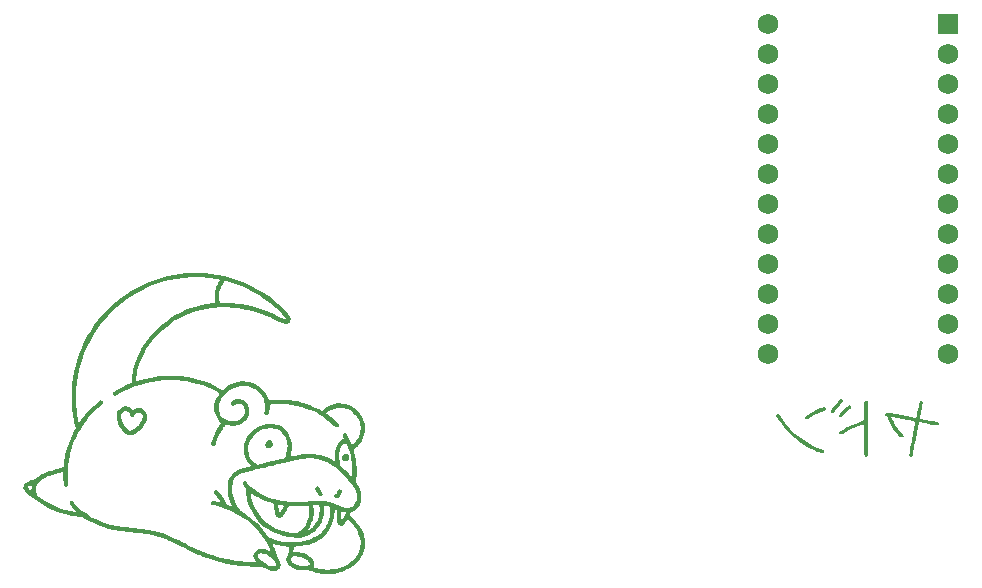
<source format=gbr>
%TF.GenerationSoftware,KiCad,Pcbnew,7.0.9*%
%TF.CreationDate,2023-12-28T22:45:01+01:00*%
%TF.ProjectId,pcb3,70636233-2e6b-4696-9361-645f70636258,v1.0.0*%
%TF.SameCoordinates,Original*%
%TF.FileFunction,Legend,Bot*%
%TF.FilePolarity,Positive*%
%FSLAX46Y46*%
G04 Gerber Fmt 4.6, Leading zero omitted, Abs format (unit mm)*
G04 Created by KiCad (PCBNEW 7.0.9) date 2023-12-28 22:45:01*
%MOMM*%
%LPD*%
G01*
G04 APERTURE LIST*
%ADD10R,1.752600X1.752600*%
%ADD11C,1.752600*%
G04 APERTURE END LIST*
%TO.C,G\u002A\u002A\u002A*%
G36*
X131625862Y-104677204D02*
G01*
X131703764Y-104705332D01*
X131768188Y-104754668D01*
X131813521Y-104823124D01*
X131831312Y-104880169D01*
X131841667Y-104967930D01*
X131837405Y-105059080D01*
X131818330Y-105140610D01*
X131817706Y-105142284D01*
X131781972Y-105204262D01*
X131726857Y-105263886D01*
X131661971Y-105312449D01*
X131596927Y-105341240D01*
X131552991Y-105349807D01*
X131460117Y-105347846D01*
X131375381Y-105317194D01*
X131300324Y-105258282D01*
X131276845Y-105231345D01*
X131241425Y-105170570D01*
X131225622Y-105100209D01*
X131226968Y-105011970D01*
X131228277Y-104999442D01*
X131253610Y-104895679D01*
X131301911Y-104807413D01*
X131370774Y-104737992D01*
X131457794Y-104690763D01*
X131540093Y-104672374D01*
X131625862Y-104677204D01*
G37*
G36*
X137580301Y-108854939D02*
G01*
X137633346Y-108884174D01*
X137675093Y-108935504D01*
X137692923Y-109003745D01*
X137686624Y-109087967D01*
X137655984Y-109187234D01*
X137626122Y-109251866D01*
X137571962Y-109343049D01*
X137508411Y-109428273D01*
X137440265Y-109501938D01*
X137372316Y-109558441D01*
X137309363Y-109592182D01*
X137271793Y-109602421D01*
X137210296Y-109602391D01*
X137145465Y-109577919D01*
X137141395Y-109575705D01*
X137093896Y-109532474D01*
X137067491Y-109469755D01*
X137063456Y-109390468D01*
X137063799Y-109386668D01*
X137069619Y-109350284D01*
X137082695Y-109321215D01*
X137108499Y-109290873D01*
X137152500Y-109250674D01*
X137179221Y-109226554D01*
X137245330Y-109155597D01*
X137291789Y-109082533D01*
X137325026Y-108997946D01*
X137339743Y-108959493D01*
X137382839Y-108895676D01*
X137439719Y-108855622D01*
X137506750Y-108841363D01*
X137580301Y-108854939D01*
G37*
G36*
X135645288Y-108594455D02*
G01*
X135712249Y-108621575D01*
X135751331Y-108653381D01*
X135805124Y-108713275D01*
X135861872Y-108790300D01*
X135917910Y-108878231D01*
X135969570Y-108970845D01*
X136013185Y-109061917D01*
X136045087Y-109145222D01*
X136061610Y-109214536D01*
X136062114Y-109218998D01*
X136055219Y-109287914D01*
X136023917Y-109349017D01*
X135973376Y-109395358D01*
X135908763Y-109419992D01*
X135867651Y-109419876D01*
X135808800Y-109405086D01*
X135758108Y-109378269D01*
X135737536Y-109353814D01*
X135711893Y-109309872D01*
X135687661Y-109256867D01*
X135645896Y-109161043D01*
X135589143Y-109058003D01*
X135519828Y-108960111D01*
X135485921Y-108915924D01*
X135454474Y-108870343D01*
X135437045Y-108835139D01*
X135430376Y-108803230D01*
X135431207Y-108767535D01*
X135439193Y-108724754D01*
X135470418Y-108662094D01*
X135518854Y-108617580D01*
X135578983Y-108594078D01*
X135645288Y-108594455D01*
G37*
G36*
X138099817Y-105817154D02*
G01*
X138136704Y-105826839D01*
X138217378Y-105866830D01*
X138276647Y-105927282D01*
X138313259Y-106006615D01*
X138325962Y-106103243D01*
X138321468Y-106156774D01*
X138319624Y-106178750D01*
X138289872Y-106273847D01*
X138238056Y-106353345D01*
X138166712Y-106413681D01*
X138078377Y-106451287D01*
X138038568Y-106460818D01*
X138002686Y-106464391D01*
X137966906Y-106458575D01*
X137917197Y-106442615D01*
X137872547Y-106422553D01*
X137802403Y-106368916D01*
X137749213Y-106298318D01*
X137717292Y-106217257D01*
X137710953Y-106132226D01*
X137712330Y-106121414D01*
X137985444Y-106121414D01*
X137998497Y-106142381D01*
X138016195Y-106146558D01*
X138026338Y-106130954D01*
X138024281Y-106119054D01*
X138004745Y-106105219D01*
X137993282Y-106106737D01*
X137985444Y-106121414D01*
X137712330Y-106121414D01*
X137713734Y-106110390D01*
X137740874Y-106022038D01*
X137789228Y-105944349D01*
X137854048Y-105881168D01*
X137930586Y-105836343D01*
X138014091Y-105813723D01*
X138099817Y-105817154D01*
G37*
G36*
X119495748Y-101812275D02*
G01*
X119612898Y-101841942D01*
X119728850Y-101893010D01*
X119836251Y-101962101D01*
X119927743Y-102045837D01*
X119994533Y-102119914D01*
X120035911Y-102086882D01*
X120093149Y-102047996D01*
X120194820Y-101999110D01*
X120307979Y-101962877D01*
X120422162Y-101942410D01*
X120526900Y-101940821D01*
X120587839Y-101949404D01*
X120719104Y-101986923D01*
X120845357Y-102047291D01*
X120960592Y-102126682D01*
X121058802Y-102221275D01*
X121133978Y-102327244D01*
X121156114Y-102369294D01*
X121193319Y-102461479D01*
X121213357Y-102555641D01*
X121217565Y-102660110D01*
X121209813Y-102752940D01*
X121207284Y-102783219D01*
X121193739Y-102868912D01*
X121164141Y-102987522D01*
X121120388Y-103104874D01*
X121059713Y-103228022D01*
X120979349Y-103364018D01*
X120854386Y-103545754D01*
X120706203Y-103721853D01*
X120544762Y-103873834D01*
X120366850Y-104004340D01*
X120169254Y-104116014D01*
X119948762Y-104211495D01*
X119859475Y-104243117D01*
X119787664Y-104261251D01*
X119727002Y-104264746D01*
X119669610Y-104253038D01*
X119607608Y-104225565D01*
X119533119Y-104181761D01*
X119451538Y-104128077D01*
X119268995Y-103986442D01*
X119106701Y-103828727D01*
X118966983Y-103657637D01*
X118852160Y-103475879D01*
X118764557Y-103286160D01*
X118719855Y-103157072D01*
X118669271Y-102962040D01*
X118641608Y-102775526D01*
X118637758Y-102632537D01*
X119010591Y-102632537D01*
X119016852Y-102764735D01*
X119040177Y-102908392D01*
X119080516Y-103059803D01*
X119128389Y-103186886D01*
X119220426Y-103361165D01*
X119338390Y-103524050D01*
X119480387Y-103673034D01*
X119644526Y-103805615D01*
X119656220Y-103813803D01*
X119703554Y-103845137D01*
X119741365Y-103867428D01*
X119762342Y-103876288D01*
X119764161Y-103876296D01*
X119792407Y-103869382D01*
X119839629Y-103852130D01*
X119898935Y-103827511D01*
X119963436Y-103798497D01*
X120026237Y-103768058D01*
X120080447Y-103739164D01*
X120158485Y-103690616D01*
X120284540Y-103595313D01*
X120405032Y-103484384D01*
X120516899Y-103361932D01*
X120617081Y-103232066D01*
X120702517Y-103098889D01*
X120770147Y-102966510D01*
X120816910Y-102839032D01*
X120839744Y-102720564D01*
X120842134Y-102637273D01*
X120829867Y-102566635D01*
X120799201Y-102504479D01*
X120746891Y-102441046D01*
X120705441Y-102403392D01*
X120620712Y-102352002D01*
X120528385Y-102322893D01*
X120435080Y-102317765D01*
X120347416Y-102338322D01*
X120279408Y-102377683D01*
X120204817Y-102449942D01*
X120136783Y-102549101D01*
X120114689Y-102586022D01*
X120070800Y-102646080D01*
X120027550Y-102682765D01*
X119979677Y-102699794D01*
X119921915Y-102700885D01*
X119912089Y-102699876D01*
X119849782Y-102683341D01*
X119803512Y-102648262D01*
X119769984Y-102591030D01*
X119745908Y-102508039D01*
X119719764Y-102420598D01*
X119669547Y-102327580D01*
X119602223Y-102255649D01*
X119520176Y-102207211D01*
X119425784Y-102184673D01*
X119402578Y-102183522D01*
X119307395Y-102196286D01*
X119216224Y-102234527D01*
X119135477Y-102294823D01*
X119071570Y-102373749D01*
X119049453Y-102417342D01*
X119021442Y-102515505D01*
X119010591Y-102632537D01*
X118637758Y-102632537D01*
X118636874Y-102599685D01*
X118655077Y-102436681D01*
X118696225Y-102288673D01*
X118760328Y-102157821D01*
X118799696Y-102102176D01*
X118892631Y-102006743D01*
X119005246Y-101926439D01*
X119132042Y-101864255D01*
X119267520Y-101823185D01*
X119406183Y-101806222D01*
X119495748Y-101812275D01*
G37*
G36*
X125558317Y-90503088D02*
G01*
X126105793Y-90531872D01*
X126653690Y-90590012D01*
X127200616Y-90677243D01*
X127745176Y-90793301D01*
X128285977Y-90937922D01*
X128821627Y-91110842D01*
X129350730Y-91311798D01*
X129705560Y-91465332D01*
X130169033Y-91691063D01*
X130625850Y-91941812D01*
X131072478Y-92215270D01*
X131505386Y-92509134D01*
X131921042Y-92821096D01*
X132315917Y-93148850D01*
X132686478Y-93490091D01*
X132692020Y-93495482D01*
X132778757Y-93581348D01*
X132867307Y-93671470D01*
X132954342Y-93762249D01*
X133036532Y-93850085D01*
X133110548Y-93931377D01*
X133173065Y-94002525D01*
X133220753Y-94059928D01*
X133250282Y-94099986D01*
X133255290Y-94107892D01*
X133316866Y-94228189D01*
X133349064Y-94345208D01*
X133351110Y-94429793D01*
X133351803Y-94458444D01*
X133325002Y-94567389D01*
X133284343Y-94646857D01*
X133217183Y-94722621D01*
X133130739Y-94775518D01*
X133025244Y-94805410D01*
X132900934Y-94812162D01*
X132836542Y-94807703D01*
X132765125Y-94796650D01*
X132691461Y-94777649D01*
X132610955Y-94749038D01*
X132519008Y-94709162D01*
X132411024Y-94656360D01*
X132282408Y-94588974D01*
X132040688Y-94463487D01*
X131593640Y-94252373D01*
X131140366Y-94065722D01*
X130677399Y-93902354D01*
X130201270Y-93761091D01*
X129708509Y-93640755D01*
X129195646Y-93540165D01*
X129172330Y-93536262D01*
X129071086Y-93521559D01*
X128947239Y-93506237D01*
X128806562Y-93490797D01*
X128654827Y-93475742D01*
X128497809Y-93461576D01*
X128341281Y-93448801D01*
X128191016Y-93437921D01*
X128052786Y-93429438D01*
X127932366Y-93423856D01*
X127835530Y-93421676D01*
X127764156Y-93421783D01*
X127575117Y-93425003D01*
X127375518Y-93432036D01*
X127175487Y-93442394D01*
X126985151Y-93455584D01*
X126814636Y-93471118D01*
X126593419Y-93497489D01*
X126161774Y-93566691D01*
X125735593Y-93658208D01*
X125318185Y-93771003D01*
X124912860Y-93904040D01*
X124522929Y-94056282D01*
X124151700Y-94226693D01*
X123802486Y-94414237D01*
X123594519Y-94539299D01*
X123218627Y-94788333D01*
X122860285Y-95056162D01*
X122520520Y-95341455D01*
X122200357Y-95642881D01*
X121900827Y-95959110D01*
X121622953Y-96288810D01*
X121367765Y-96630650D01*
X121136286Y-96983300D01*
X120929547Y-97345428D01*
X120748572Y-97715706D01*
X120594390Y-98092799D01*
X120468026Y-98475379D01*
X120370508Y-98862113D01*
X120360688Y-98912697D01*
X120347704Y-98990625D01*
X120334389Y-99080707D01*
X120321262Y-99178294D01*
X120308848Y-99278736D01*
X120297668Y-99377386D01*
X120288243Y-99469593D01*
X120281096Y-99550709D01*
X120276749Y-99616086D01*
X120275724Y-99661074D01*
X120278543Y-99681024D01*
X120280119Y-99681649D01*
X120302664Y-99678939D01*
X120346938Y-99668748D01*
X120407441Y-99652443D01*
X120478670Y-99631388D01*
X120610049Y-99592065D01*
X121018893Y-99482573D01*
X121430835Y-99391038D01*
X121838287Y-99319029D01*
X122233664Y-99268116D01*
X122563451Y-99239916D01*
X123079855Y-99219142D01*
X123591173Y-99227227D01*
X124096616Y-99264011D01*
X124595401Y-99329333D01*
X125086738Y-99423037D01*
X125569842Y-99544963D01*
X126043924Y-99694951D01*
X126508200Y-99872845D01*
X126961880Y-100078484D01*
X127404179Y-100311709D01*
X127596240Y-100420412D01*
X127760439Y-100287979D01*
X127881030Y-100195059D01*
X128102029Y-100047579D01*
X128327096Y-99927253D01*
X128559831Y-99832261D01*
X128803833Y-99760785D01*
X128927450Y-99734649D01*
X129181938Y-99702617D01*
X129436900Y-99698649D01*
X129689742Y-99722004D01*
X129937872Y-99771941D01*
X130178699Y-99847716D01*
X130409629Y-99948588D01*
X130628070Y-100073815D01*
X130831431Y-100222654D01*
X131017119Y-100394363D01*
X131044113Y-100423145D01*
X131173188Y-100581799D01*
X131289834Y-100760141D01*
X131389275Y-100950206D01*
X131466734Y-101144030D01*
X131479213Y-101180719D01*
X131498608Y-101235898D01*
X131513617Y-101276288D01*
X131521746Y-101295032D01*
X131530872Y-101297848D01*
X131564808Y-101298717D01*
X131617185Y-101295911D01*
X131681293Y-101289658D01*
X131700676Y-101287415D01*
X131879349Y-101268752D01*
X132045860Y-101255637D01*
X132207168Y-101247956D01*
X132370236Y-101245599D01*
X132542026Y-101248451D01*
X132729500Y-101256401D01*
X132939619Y-101269336D01*
X133137432Y-101284421D01*
X133360035Y-101306006D01*
X133565796Y-101331997D01*
X133761939Y-101363581D01*
X133955688Y-101401948D01*
X134154265Y-101448284D01*
X134364893Y-101503778D01*
X134459165Y-101530700D01*
X134730618Y-101617251D01*
X135008508Y-101718119D01*
X135283724Y-101829683D01*
X135547155Y-101948319D01*
X135789692Y-102070403D01*
X135995312Y-102180463D01*
X136161200Y-102046487D01*
X136360253Y-101903003D01*
X136582120Y-101778646D01*
X136816368Y-101681371D01*
X137061701Y-101611712D01*
X137316822Y-101570202D01*
X137326333Y-101569223D01*
X137580625Y-101558080D01*
X137829118Y-101576313D01*
X138071004Y-101623715D01*
X138305471Y-101700077D01*
X138531710Y-101805191D01*
X138748909Y-101938848D01*
X138752035Y-101941028D01*
X138938604Y-102089123D01*
X139109885Y-102260575D01*
X139263085Y-102451498D01*
X139395407Y-102658008D01*
X139504056Y-102876222D01*
X139586236Y-103102254D01*
X139636695Y-103317909D01*
X139662337Y-103551647D01*
X139659916Y-103757554D01*
X139659559Y-103787984D01*
X139628773Y-104024758D01*
X139570398Y-104259812D01*
X139484848Y-104490985D01*
X139372540Y-104716117D01*
X139233888Y-104933050D01*
X139158594Y-105033717D01*
X139065244Y-105144498D01*
X138962628Y-105250206D01*
X138842073Y-105360300D01*
X138698059Y-105485852D01*
X138748478Y-105675908D01*
X138823952Y-105999631D01*
X138883129Y-106339672D01*
X138924480Y-106685959D01*
X138947624Y-107032720D01*
X138952176Y-107374190D01*
X138937756Y-107704597D01*
X138924251Y-107829970D01*
X138903978Y-108018174D01*
X138875555Y-108215933D01*
X138946724Y-108323119D01*
X138980361Y-108374942D01*
X139107125Y-108596176D01*
X139208146Y-108818917D01*
X139282613Y-109040848D01*
X139329717Y-109259650D01*
X139348648Y-109473006D01*
X139346265Y-109580122D01*
X139346156Y-109585039D01*
X139322123Y-109771039D01*
X139275219Y-109955028D01*
X139207598Y-110129305D01*
X139121412Y-110286164D01*
X139075824Y-110350066D01*
X138966454Y-110470313D01*
X138838903Y-110575255D01*
X138699569Y-110660000D01*
X138554851Y-110719652D01*
X138505555Y-110735939D01*
X138462498Y-110753816D01*
X138439738Y-110770203D01*
X138432159Y-110787948D01*
X138426318Y-110814628D01*
X138425675Y-110816711D01*
X138412153Y-110860491D01*
X138393013Y-110913860D01*
X138356556Y-111009036D01*
X138414239Y-111058564D01*
X138456218Y-111095841D01*
X138562103Y-111198610D01*
X138676823Y-111320508D01*
X138796195Y-111456675D01*
X138916036Y-111602254D01*
X139032165Y-111752384D01*
X139140398Y-111902208D01*
X139244413Y-112058101D01*
X139366109Y-112262921D01*
X139464892Y-112460746D01*
X139542673Y-112655972D01*
X139601367Y-112852993D01*
X139642886Y-113056205D01*
X139655327Y-113165472D01*
X139660669Y-113313492D01*
X139656486Y-113466711D01*
X139656312Y-113473099D01*
X139642791Y-113635370D01*
X139620642Y-113791383D01*
X139590398Y-113932210D01*
X139559252Y-114041056D01*
X139465763Y-114292815D01*
X139346681Y-114530771D01*
X139203142Y-114754116D01*
X139036286Y-114962039D01*
X138847248Y-115153734D01*
X138637166Y-115328391D01*
X138407178Y-115485202D01*
X138158421Y-115623358D01*
X137892034Y-115742050D01*
X137609154Y-115840471D01*
X137310916Y-115917811D01*
X136998460Y-115973263D01*
X136672924Y-116006016D01*
X136625216Y-116008347D01*
X136499747Y-116009767D01*
X136357697Y-116006208D01*
X136206824Y-115998231D01*
X136054884Y-115986399D01*
X135909635Y-115971272D01*
X135778835Y-115953414D01*
X135670240Y-115933386D01*
X135518926Y-115896454D01*
X135345878Y-115846745D01*
X135178294Y-115791321D01*
X135028415Y-115733985D01*
X134875589Y-115670348D01*
X134766749Y-115688072D01*
X134736468Y-115692352D01*
X134662167Y-115699960D01*
X134577675Y-115705898D01*
X134496025Y-115709151D01*
X134490783Y-115709253D01*
X134303830Y-115703126D01*
X134117849Y-115679119D01*
X133936029Y-115638743D01*
X133761563Y-115583506D01*
X133597643Y-115514917D01*
X133447460Y-115434486D01*
X133314207Y-115343721D01*
X133201075Y-115244131D01*
X133111256Y-115137226D01*
X133047941Y-115024514D01*
X133036788Y-114996860D01*
X132999756Y-114861507D01*
X132992374Y-114738629D01*
X133357596Y-114738629D01*
X133358314Y-114761409D01*
X133372668Y-114818248D01*
X133400366Y-114882462D01*
X133436806Y-114944246D01*
X133477385Y-114993798D01*
X133535847Y-115042429D01*
X133619765Y-115098296D01*
X133718073Y-115153688D01*
X133823198Y-115204363D01*
X133927572Y-115246077D01*
X133991279Y-115267007D01*
X134072485Y-115288204D01*
X134162001Y-115304776D01*
X134270675Y-115319027D01*
X134283723Y-115320495D01*
X134361692Y-115328610D01*
X134431413Y-115334827D01*
X134485710Y-115338557D01*
X134517403Y-115339216D01*
X134594373Y-115332789D01*
X134686934Y-115320845D01*
X134775993Y-115305340D01*
X134856272Y-115287472D01*
X134922486Y-115268440D01*
X134969355Y-115249440D01*
X134991599Y-115231670D01*
X134996300Y-115214875D01*
X134992723Y-115166430D01*
X134973672Y-115104598D01*
X134942140Y-115035489D01*
X134901115Y-114965214D01*
X134853594Y-114899882D01*
X134802564Y-114845604D01*
X134744394Y-114797988D01*
X134611791Y-114714982D01*
X134454344Y-114644578D01*
X134273912Y-114587419D01*
X134072352Y-114544153D01*
X133851522Y-114515423D01*
X133819986Y-114512562D01*
X133745529Y-114506743D01*
X133691346Y-114504854D01*
X133650347Y-114507155D01*
X133615450Y-114513904D01*
X133579568Y-114525361D01*
X133572079Y-114528115D01*
X133488680Y-114568890D01*
X133422248Y-114620339D01*
X133377111Y-114678305D01*
X133357596Y-114738629D01*
X132992374Y-114738629D01*
X132991744Y-114728148D01*
X133012427Y-114599158D01*
X133061481Y-114476910D01*
X133138577Y-114363781D01*
X133148045Y-114351646D01*
X133159535Y-114330973D01*
X133168060Y-114303123D01*
X133174751Y-114262398D01*
X133180743Y-114203102D01*
X133185343Y-114143298D01*
X133542882Y-114143298D01*
X133669243Y-114132520D01*
X133688676Y-114130982D01*
X133742789Y-114128501D01*
X133796726Y-114129632D01*
X133857885Y-114134946D01*
X133933668Y-114145012D01*
X134031473Y-114160399D01*
X134064842Y-114165982D01*
X134158238Y-114182658D01*
X134248693Y-114200157D01*
X134327299Y-114216713D01*
X134385145Y-114230557D01*
X134491837Y-114261666D01*
X134690697Y-114336267D01*
X134864082Y-114425970D01*
X135012530Y-114531190D01*
X135136580Y-114652341D01*
X135236773Y-114789838D01*
X135313645Y-114944092D01*
X135329650Y-114984766D01*
X135349255Y-115041758D01*
X135359701Y-115090072D01*
X135363153Y-115141565D01*
X135361767Y-115208094D01*
X135361760Y-115208290D01*
X135359072Y-115246614D01*
X135356054Y-115289665D01*
X135345627Y-115348382D01*
X135329210Y-115391578D01*
X135301840Y-115443761D01*
X135450848Y-115488334D01*
X135485292Y-115498541D01*
X135563529Y-115521172D01*
X135637742Y-115541993D01*
X135695595Y-115557515D01*
X135723624Y-115564030D01*
X135804371Y-115578728D01*
X135905229Y-115593249D01*
X136019385Y-115606935D01*
X136140027Y-115619132D01*
X136260345Y-115629184D01*
X136373525Y-115636434D01*
X136472756Y-115640226D01*
X136551226Y-115639905D01*
X136849477Y-115617265D01*
X137163348Y-115567717D01*
X137466052Y-115491791D01*
X137760124Y-115388962D01*
X137861037Y-115346444D01*
X138108645Y-115222805D01*
X138336006Y-115080365D01*
X138542019Y-114920259D01*
X138725577Y-114743625D01*
X138885579Y-114551597D01*
X139020917Y-114345313D01*
X139130489Y-114125907D01*
X139213190Y-113894515D01*
X139215374Y-113886950D01*
X139267452Y-113658396D01*
X139290671Y-113434706D01*
X139284864Y-113214042D01*
X139249864Y-112994564D01*
X139185506Y-112774434D01*
X139091622Y-112551814D01*
X139046868Y-112464891D01*
X138957644Y-112311746D01*
X138851913Y-112149223D01*
X138733997Y-111983082D01*
X138608213Y-111819092D01*
X138478881Y-111663017D01*
X138350321Y-111520619D01*
X138226851Y-111397666D01*
X138190779Y-111364061D01*
X138092324Y-111525016D01*
X138069195Y-111562186D01*
X137989452Y-111680013D01*
X137914999Y-111773602D01*
X137847084Y-111841494D01*
X137786955Y-111882232D01*
X137767664Y-111890657D01*
X137677827Y-111911679D01*
X137587218Y-111906293D01*
X137502538Y-111875649D01*
X137430485Y-111820902D01*
X137403114Y-111787229D01*
X137356709Y-111700921D01*
X137318475Y-111586685D01*
X137288511Y-111445168D01*
X137266911Y-111277015D01*
X137253768Y-111082875D01*
X137249571Y-110882003D01*
X137620546Y-110882003D01*
X137622659Y-110970665D01*
X137626838Y-111066340D01*
X137632582Y-111155497D01*
X137638529Y-111224410D01*
X137646243Y-111299772D01*
X137653992Y-111363207D01*
X137660760Y-111405708D01*
X137674721Y-111473953D01*
X137701934Y-111439412D01*
X137713315Y-111424011D01*
X137748301Y-111369984D01*
X137791068Y-111297405D01*
X137838345Y-111212490D01*
X137886859Y-111121450D01*
X137933341Y-111030501D01*
X137974517Y-110945854D01*
X138007117Y-110873727D01*
X138027869Y-110820331D01*
X138040098Y-110782977D01*
X137866512Y-110749740D01*
X137801868Y-110736944D01*
X137736709Y-110723140D01*
X137686224Y-110711456D01*
X137657836Y-110703533D01*
X137622746Y-110690562D01*
X137620555Y-110832046D01*
X137620546Y-110882003D01*
X137249571Y-110882003D01*
X137249182Y-110863395D01*
X137253244Y-110619220D01*
X137253615Y-110604091D01*
X137250655Y-110568250D01*
X137236418Y-110547518D01*
X137204679Y-110530526D01*
X137169581Y-110515029D01*
X137125049Y-110496154D01*
X137100579Y-110487675D01*
X137091563Y-110488171D01*
X137093391Y-110496221D01*
X137095487Y-110506666D01*
X137096053Y-110545285D01*
X137093239Y-110605850D01*
X137087556Y-110683458D01*
X137079516Y-110773204D01*
X137069630Y-110870186D01*
X137058410Y-110969499D01*
X137046367Y-111066241D01*
X137034012Y-111155506D01*
X137021855Y-111232391D01*
X137010410Y-111291993D01*
X136947530Y-111532212D01*
X136847354Y-111812927D01*
X136722186Y-112078243D01*
X136572668Y-112327109D01*
X136399442Y-112558480D01*
X136203151Y-112771306D01*
X135984437Y-112964540D01*
X135889474Y-113037091D01*
X135700333Y-113163934D01*
X135499337Y-113275801D01*
X135284103Y-113373512D01*
X135052244Y-113457888D01*
X134801375Y-113529751D01*
X134529111Y-113589922D01*
X134233066Y-113639222D01*
X133910855Y-113678472D01*
X133684776Y-113701679D01*
X133659803Y-113749117D01*
X133641806Y-113787155D01*
X133610592Y-113868984D01*
X133582183Y-113961700D01*
X133560479Y-114053363D01*
X133542882Y-114143298D01*
X133185343Y-114143298D01*
X133187170Y-114119537D01*
X133194233Y-114032349D01*
X133203326Y-113953914D01*
X133215517Y-113885645D01*
X133232717Y-113817062D01*
X133256835Y-113737688D01*
X133258863Y-113730457D01*
X133258416Y-113722290D01*
X133251279Y-113715403D01*
X133234144Y-113709154D01*
X133203707Y-113702899D01*
X133156661Y-113695998D01*
X133089700Y-113687805D01*
X132999519Y-113677680D01*
X132882810Y-113664980D01*
X132828108Y-113658930D01*
X132660455Y-113638362D01*
X132512911Y-113616375D01*
X132377848Y-113591454D01*
X132247635Y-113562083D01*
X132114646Y-113526749D01*
X131971248Y-113483934D01*
X131928882Y-113471002D01*
X131875245Y-113455513D01*
X131837621Y-113445772D01*
X131822289Y-113443484D01*
X131823524Y-113450083D01*
X131834622Y-113478765D01*
X131854647Y-113524579D01*
X131881044Y-113581524D01*
X131893967Y-113609239D01*
X131942425Y-113720106D01*
X131994908Y-113849138D01*
X132048283Y-113988027D01*
X132099416Y-114128464D01*
X132145173Y-114262138D01*
X132182423Y-114380741D01*
X132203123Y-114447934D01*
X132235286Y-114537999D01*
X132268100Y-114610086D01*
X132304619Y-114671463D01*
X132321385Y-114696711D01*
X132407748Y-114843387D01*
X132467485Y-114979670D01*
X132500990Y-115107730D01*
X132508655Y-115229738D01*
X132502769Y-115268833D01*
X132490871Y-115347865D01*
X132448032Y-115464278D01*
X132447314Y-115465781D01*
X132391565Y-115549172D01*
X132312354Y-115621920D01*
X132215249Y-115680644D01*
X132105824Y-115721964D01*
X131989647Y-115742499D01*
X131973525Y-115743651D01*
X131891986Y-115746104D01*
X131813962Y-115741263D01*
X131728915Y-115728054D01*
X131626308Y-115705398D01*
X131493202Y-115666332D01*
X131345128Y-115610037D01*
X131199370Y-115542861D01*
X131068080Y-115469934D01*
X130954162Y-115399597D01*
X130715063Y-115399639D01*
X130245515Y-115391524D01*
X129671213Y-115359776D01*
X129098080Y-115304549D01*
X128529641Y-115226417D01*
X127969421Y-115125949D01*
X127420948Y-115003718D01*
X126887747Y-114860294D01*
X126373343Y-114696249D01*
X126231439Y-114646493D01*
X126089681Y-114595049D01*
X125952418Y-114543122D01*
X125816555Y-114489345D01*
X125678995Y-114432351D01*
X125536645Y-114370773D01*
X125386409Y-114303244D01*
X125225191Y-114228396D01*
X125049895Y-114144862D01*
X124857428Y-114051277D01*
X124644694Y-113946271D01*
X124408597Y-113828479D01*
X124206031Y-113727218D01*
X123989325Y-113619529D01*
X123794629Y-113523640D01*
X123619461Y-113438424D01*
X123461335Y-113362747D01*
X123317768Y-113295481D01*
X123186277Y-113235495D01*
X123064377Y-113181657D01*
X122949585Y-113132838D01*
X122839417Y-113087908D01*
X122731390Y-113045734D01*
X122623018Y-113005187D01*
X122511820Y-112965136D01*
X122440761Y-112940256D01*
X122289518Y-112889477D01*
X122141325Y-112843112D01*
X121993434Y-112800642D01*
X121843093Y-112761545D01*
X121687552Y-112725302D01*
X121524063Y-112691391D01*
X121349874Y-112659292D01*
X121162235Y-112628484D01*
X120958398Y-112598447D01*
X120735610Y-112568660D01*
X120491123Y-112538601D01*
X120222187Y-112507752D01*
X119926050Y-112475590D01*
X119726011Y-112454188D01*
X119481832Y-112427482D01*
X119263194Y-112402730D01*
X119067605Y-112379543D01*
X118892575Y-112357531D01*
X118735608Y-112336305D01*
X118594217Y-112315475D01*
X118465906Y-112294650D01*
X118348186Y-112273442D01*
X118238563Y-112251461D01*
X118134546Y-112228316D01*
X118033644Y-112203619D01*
X117933363Y-112176979D01*
X117831212Y-112148008D01*
X117829327Y-112147459D01*
X117444829Y-112022950D01*
X117060812Y-111874508D01*
X116684058Y-111705180D01*
X116321350Y-111518014D01*
X115979471Y-111316056D01*
X115761303Y-111177988D01*
X115384479Y-111145194D01*
X115219238Y-111129347D01*
X114881447Y-111086536D01*
X114559357Y-111030202D01*
X114244604Y-110958545D01*
X113928827Y-110869769D01*
X113603662Y-110762072D01*
X113462513Y-110710020D01*
X113156443Y-110582854D01*
X112858259Y-110439682D01*
X112572340Y-110282989D01*
X112303070Y-110115263D01*
X112054830Y-109938987D01*
X111832001Y-109756652D01*
X111798212Y-109727832D01*
X111733403Y-109676989D01*
X111670608Y-109632498D01*
X111619666Y-109601548D01*
X111579813Y-109580061D01*
X111422299Y-109483218D01*
X111261752Y-109367210D01*
X111106249Y-109238187D01*
X110963869Y-109102300D01*
X110939134Y-109076110D01*
X110845287Y-108959638D01*
X110779585Y-108845622D01*
X110742143Y-108735046D01*
X110735204Y-108653855D01*
X111103768Y-108653855D01*
X111111245Y-108675927D01*
X111135423Y-108714919D01*
X111171960Y-108764321D01*
X111216399Y-108818454D01*
X111264282Y-108871636D01*
X111311151Y-108918185D01*
X111311631Y-108918627D01*
X111350060Y-108953285D01*
X111379103Y-108978126D01*
X111392508Y-108987801D01*
X111393141Y-108987074D01*
X111397152Y-108967159D01*
X111402720Y-108924071D01*
X111406237Y-108891054D01*
X111779771Y-108891054D01*
X111785805Y-109000857D01*
X111807067Y-109100665D01*
X111845576Y-109194201D01*
X111903353Y-109285188D01*
X111982418Y-109377350D01*
X112084792Y-109474410D01*
X112212494Y-109580091D01*
X112288838Y-109639176D01*
X112584672Y-109847871D01*
X112894863Y-110035156D01*
X113221592Y-110202077D01*
X113567042Y-110349682D01*
X113933397Y-110479014D01*
X114322838Y-110591121D01*
X114342896Y-110596244D01*
X114465423Y-110625520D01*
X114602770Y-110655538D01*
X114746183Y-110684578D01*
X114886903Y-110710923D01*
X115016175Y-110732853D01*
X115125244Y-110748649D01*
X115239859Y-110763156D01*
X115188622Y-110713242D01*
X115177036Y-110701909D01*
X115052189Y-110573690D01*
X114936602Y-110444018D01*
X114834092Y-110317580D01*
X114748474Y-110199058D01*
X114683566Y-110093140D01*
X114675764Y-110077786D01*
X114652337Y-110002222D01*
X114652774Y-109931396D01*
X114674666Y-109869879D01*
X114715610Y-109822236D01*
X114773194Y-109793036D01*
X114845012Y-109786844D01*
X114860618Y-109788780D01*
X114906467Y-109803383D01*
X114949339Y-109833861D01*
X114993904Y-109884223D01*
X115044830Y-109958480D01*
X115057061Y-109977320D01*
X115131645Y-110081091D01*
X115223132Y-110194171D01*
X115325391Y-110309582D01*
X115432290Y-110420342D01*
X115537698Y-110519473D01*
X115730490Y-110680387D01*
X115992559Y-110873373D01*
X116277167Y-111057802D01*
X116580396Y-111231588D01*
X116898328Y-111392646D01*
X117227048Y-111538886D01*
X117562640Y-111668225D01*
X117901184Y-111778575D01*
X117970975Y-111798941D01*
X118071567Y-111827091D01*
X118169497Y-111852704D01*
X118267475Y-111876216D01*
X118368216Y-111898062D01*
X118474430Y-111918682D01*
X118588830Y-111938510D01*
X118714130Y-111957983D01*
X118853039Y-111977539D01*
X119008271Y-111997615D01*
X119182538Y-112018647D01*
X119378551Y-112041071D01*
X119599025Y-112065325D01*
X119846670Y-112091844D01*
X120015937Y-112109973D01*
X120290294Y-112140290D01*
X120538747Y-112169122D01*
X120763857Y-112196861D01*
X120968189Y-112223900D01*
X121154304Y-112250632D01*
X121324767Y-112277449D01*
X121482141Y-112304744D01*
X121628988Y-112332910D01*
X121767874Y-112362337D01*
X121901359Y-112393422D01*
X122032008Y-112426552D01*
X122035605Y-112427502D01*
X122207439Y-112474569D01*
X122374740Y-112524137D01*
X122540276Y-112577352D01*
X122706816Y-112635359D01*
X122877130Y-112699305D01*
X123053987Y-112770334D01*
X123240156Y-112849593D01*
X123438407Y-112938227D01*
X123651509Y-113037383D01*
X123882230Y-113148205D01*
X124133340Y-113271839D01*
X124407608Y-113409432D01*
X124565246Y-113488922D01*
X124791185Y-113602018D01*
X124995230Y-113702952D01*
X125180129Y-113792999D01*
X125348631Y-113873432D01*
X125503485Y-113945525D01*
X125647441Y-114010550D01*
X125783246Y-114069781D01*
X125913649Y-114124492D01*
X126041401Y-114175955D01*
X126169249Y-114225444D01*
X126365732Y-114298072D01*
X126760434Y-114431798D01*
X127162807Y-114551692D01*
X127578152Y-114659177D01*
X128011774Y-114755675D01*
X128468974Y-114842611D01*
X128474741Y-114843613D01*
X128561341Y-114857108D01*
X128672809Y-114872277D01*
X128804592Y-114888665D01*
X128952137Y-114905818D01*
X129110893Y-114923281D01*
X129276305Y-114940596D01*
X129443821Y-114957311D01*
X129608888Y-114972969D01*
X129766954Y-114987116D01*
X129913465Y-114999296D01*
X130043867Y-115009054D01*
X130153611Y-115015935D01*
X130238140Y-115019484D01*
X130307880Y-115021202D01*
X130373684Y-115022832D01*
X130424109Y-115024090D01*
X130451845Y-115024795D01*
X130460359Y-115024341D01*
X130467351Y-115017986D01*
X130460602Y-115001090D01*
X130438060Y-114969677D01*
X130397676Y-114919772D01*
X130390934Y-114911513D01*
X130311842Y-114795282D01*
X130254768Y-114672216D01*
X130221043Y-114547115D01*
X130214998Y-114465400D01*
X130587762Y-114465400D01*
X130608703Y-114547527D01*
X130632829Y-114597325D01*
X130686690Y-114673525D01*
X130761427Y-114756885D01*
X130853294Y-114844453D01*
X130958550Y-114933278D01*
X131073449Y-115020408D01*
X131194245Y-115102893D01*
X131317195Y-115177783D01*
X131438554Y-115242124D01*
X131554577Y-115292968D01*
X131658630Y-115328608D01*
X131778626Y-115357621D01*
X131885388Y-115369611D01*
X131976505Y-115364756D01*
X132049564Y-115343232D01*
X132102154Y-115305214D01*
X132131860Y-115250877D01*
X132135291Y-115236683D01*
X132138257Y-115191686D01*
X132128200Y-115140963D01*
X132103446Y-115078430D01*
X132062323Y-114998005D01*
X132042221Y-114962579D01*
X131932461Y-114804573D01*
X131798774Y-114660306D01*
X131644738Y-114532830D01*
X131473935Y-114425190D01*
X131289947Y-114340435D01*
X131270395Y-114333159D01*
X131210826Y-114314026D01*
X131148798Y-114299828D01*
X131075130Y-114288740D01*
X130980642Y-114278936D01*
X130941112Y-114275443D01*
X130869574Y-114270108D01*
X130817837Y-114268631D01*
X130778949Y-114271302D01*
X130745960Y-114278418D01*
X130711921Y-114290270D01*
X130677024Y-114305858D01*
X130621023Y-114346808D01*
X130591569Y-114399240D01*
X130587762Y-114465400D01*
X130214998Y-114465400D01*
X130211994Y-114424784D01*
X130228952Y-114310025D01*
X130254154Y-114237342D01*
X130315125Y-114129432D01*
X130398480Y-114040977D01*
X130503469Y-113972547D01*
X130629339Y-113924707D01*
X130775338Y-113898025D01*
X130840874Y-113893510D01*
X131008745Y-113898783D01*
X131185953Y-113925851D01*
X131365934Y-113973493D01*
X131542127Y-114040492D01*
X131589692Y-114061284D01*
X131641420Y-114083115D01*
X131677440Y-114097357D01*
X131691929Y-114101635D01*
X131692178Y-114101302D01*
X131688354Y-114083571D01*
X131673097Y-114043529D01*
X131648340Y-113985312D01*
X131616019Y-113913057D01*
X131578068Y-113830903D01*
X131536422Y-113742988D01*
X131493015Y-113653449D01*
X131449783Y-113566425D01*
X131408659Y-113486052D01*
X131371578Y-113416470D01*
X131182592Y-113096843D01*
X130959317Y-112769427D01*
X130714369Y-112455299D01*
X130450957Y-112158307D01*
X130172292Y-111882296D01*
X129881583Y-111631115D01*
X129645722Y-111451456D01*
X129365797Y-111259435D01*
X129069861Y-111076346D01*
X128762048Y-110904157D01*
X128446494Y-110744837D01*
X128127333Y-110600356D01*
X127808698Y-110472680D01*
X127494725Y-110363780D01*
X127189549Y-110275623D01*
X126897303Y-110210178D01*
X126847845Y-110200002D01*
X126781053Y-110183469D01*
X126726978Y-110166854D01*
X126694080Y-110152555D01*
X126679656Y-110141964D01*
X126641634Y-110092625D01*
X126623020Y-110030117D01*
X126625335Y-109963165D01*
X126650100Y-109900486D01*
X126650285Y-109900193D01*
X126678848Y-109866300D01*
X126716691Y-109843123D01*
X126766976Y-109830566D01*
X126832864Y-109828526D01*
X126917517Y-109836906D01*
X127024095Y-109855604D01*
X127155760Y-109884523D01*
X127168971Y-109887621D01*
X127246552Y-109906090D01*
X127316601Y-109923192D01*
X127371881Y-109937139D01*
X127405156Y-109946145D01*
X127436616Y-109954127D01*
X127449361Y-109950598D01*
X127447080Y-109932401D01*
X127441022Y-109915008D01*
X127412571Y-109857088D01*
X127367890Y-109783025D01*
X127310042Y-109696971D01*
X127242089Y-109603076D01*
X127167091Y-109505490D01*
X127088114Y-109408365D01*
X127008216Y-109315850D01*
X126930461Y-109232097D01*
X126919182Y-109220416D01*
X126885486Y-109183002D01*
X126867974Y-109154530D01*
X126862310Y-109125457D01*
X126864155Y-109086241D01*
X126864338Y-109084203D01*
X126881883Y-109005712D01*
X126918429Y-108949733D01*
X126974888Y-108914858D01*
X126983754Y-108911665D01*
X127029842Y-108899873D01*
X127072200Y-108900363D01*
X127115376Y-108915321D01*
X127163920Y-108946935D01*
X127222378Y-108997389D01*
X127295301Y-109068872D01*
X127327291Y-109102123D01*
X127455810Y-109252161D01*
X127580141Y-109422223D01*
X127695183Y-109604383D01*
X127795834Y-109790707D01*
X127876994Y-109973267D01*
X127933007Y-110116309D01*
X128017100Y-110148746D01*
X128046539Y-110160318D01*
X128108922Y-110185491D01*
X128181901Y-110215478D01*
X128255084Y-110246034D01*
X128309043Y-110268575D01*
X128363123Y-110290697D01*
X128401595Y-110305881D01*
X128418461Y-110311715D01*
X128418755Y-110308092D01*
X128409448Y-110284257D01*
X128389704Y-110243017D01*
X128362162Y-110190073D01*
X128295135Y-110054179D01*
X128203617Y-109822430D01*
X128129427Y-109570697D01*
X128073507Y-109302358D01*
X128036794Y-109020792D01*
X128032149Y-108946559D01*
X128031413Y-108883389D01*
X128403386Y-108883389D01*
X128404297Y-108941582D01*
X128408100Y-108996809D01*
X128414688Y-109055258D01*
X128421759Y-109108005D01*
X128467660Y-109369064D01*
X128529904Y-109608946D01*
X128610276Y-109832055D01*
X128710564Y-110042796D01*
X128832550Y-110245574D01*
X128978024Y-110444793D01*
X128978968Y-110445982D01*
X129066798Y-110551706D01*
X129149522Y-110639205D01*
X129235377Y-110715835D01*
X129332599Y-110788952D01*
X129449422Y-110865915D01*
X129633751Y-110984901D01*
X129870231Y-111148684D01*
X130088822Y-111314626D01*
X130296150Y-111487827D01*
X130498844Y-111673386D01*
X130516823Y-111690679D01*
X130639882Y-111814783D01*
X130771255Y-111956069D01*
X130906551Y-112109234D01*
X131041377Y-112268977D01*
X131171341Y-112429996D01*
X131292052Y-112586987D01*
X131399119Y-112734650D01*
X131488148Y-112867684D01*
X131494285Y-112876892D01*
X131512581Y-112898268D01*
X131538093Y-112917815D01*
X131576067Y-112938555D01*
X131631747Y-112963510D01*
X131710381Y-112995700D01*
X131716730Y-112998237D01*
X131898563Y-113065570D01*
X132096659Y-113129977D01*
X132297804Y-113187414D01*
X132488777Y-113233837D01*
X132532710Y-113242776D01*
X132629396Y-113259729D01*
X132741897Y-113276903D01*
X132862659Y-113293347D01*
X132984130Y-113308115D01*
X133098759Y-113320254D01*
X133198990Y-113328821D01*
X133277271Y-113332863D01*
X133285103Y-113333030D01*
X133486419Y-113331569D01*
X133704952Y-113320180D01*
X133932879Y-113299824D01*
X134162380Y-113271462D01*
X134385630Y-113236056D01*
X134594809Y-113194566D01*
X134782093Y-113147954D01*
X134843074Y-113130205D01*
X135117483Y-113033959D01*
X135370567Y-112916758D01*
X135602749Y-112778288D01*
X135814451Y-112618237D01*
X136006101Y-112436292D01*
X136178119Y-112232143D01*
X136330930Y-112005474D01*
X136386851Y-111907443D01*
X136501538Y-111665344D01*
X136593131Y-111407847D01*
X136660599Y-111138737D01*
X136702910Y-110861802D01*
X136719032Y-110580826D01*
X136719286Y-110546181D01*
X136719298Y-110469737D01*
X136718552Y-110405612D01*
X136717143Y-110359701D01*
X136715166Y-110337899D01*
X136714598Y-110336655D01*
X136694762Y-110323534D01*
X136651536Y-110306011D01*
X136590235Y-110285649D01*
X136516174Y-110264012D01*
X136434670Y-110242664D01*
X136351039Y-110223170D01*
X136270597Y-110207093D01*
X136257761Y-110204805D01*
X136206755Y-110196630D01*
X136178497Y-110194978D01*
X136167436Y-110200139D01*
X136168021Y-110212397D01*
X136173466Y-110234683D01*
X136184507Y-110312747D01*
X136190454Y-110412439D01*
X136191607Y-110528016D01*
X136188267Y-110653738D01*
X136180734Y-110783860D01*
X136172833Y-110872893D01*
X136169306Y-110912644D01*
X136154285Y-111034346D01*
X136135971Y-111143225D01*
X136114662Y-111233540D01*
X136099169Y-111284766D01*
X136048395Y-111428872D01*
X135987674Y-111574930D01*
X135921607Y-111712373D01*
X135854795Y-111830628D01*
X135702079Y-112047604D01*
X135528442Y-112243821D01*
X135335666Y-112417985D01*
X135125377Y-112569065D01*
X134899197Y-112696024D01*
X134658750Y-112797831D01*
X134405658Y-112873451D01*
X134141545Y-112921849D01*
X134061810Y-112929181D01*
X133925579Y-112932850D01*
X133769448Y-112928787D01*
X133598644Y-112917538D01*
X133418387Y-112899644D01*
X133233905Y-112875651D01*
X133050420Y-112846103D01*
X132873157Y-112811544D01*
X132707341Y-112772517D01*
X132682088Y-112765889D01*
X132337957Y-112659831D01*
X132009410Y-112528961D01*
X131697383Y-112374226D01*
X131402813Y-112196575D01*
X131126637Y-111996954D01*
X130869792Y-111776312D01*
X130633217Y-111535596D01*
X130417845Y-111275754D01*
X130224617Y-110997734D01*
X130054467Y-110702482D01*
X129908335Y-110390949D01*
X129787155Y-110064079D01*
X129691867Y-109722822D01*
X129673296Y-109639920D01*
X129645732Y-109500541D01*
X129621374Y-109357461D01*
X129600917Y-109216144D01*
X129590587Y-109128832D01*
X129966491Y-109128832D01*
X129970748Y-109175198D01*
X129979594Y-109240306D01*
X129992128Y-109318810D01*
X130007445Y-109405366D01*
X130024645Y-109494630D01*
X130042823Y-109581258D01*
X130061078Y-109659905D01*
X130091305Y-109774897D01*
X130195725Y-110095068D01*
X130326019Y-110401232D01*
X130481278Y-110692197D01*
X130660588Y-110966768D01*
X130863042Y-111223753D01*
X131087728Y-111461957D01*
X131333736Y-111680189D01*
X131600156Y-111877254D01*
X131886077Y-112051961D01*
X131898552Y-112058818D01*
X132157070Y-112187189D01*
X132429648Y-112296621D01*
X132719241Y-112388054D01*
X133028804Y-112462426D01*
X133361294Y-112520678D01*
X133489491Y-112539036D01*
X133596639Y-112552874D01*
X133682608Y-112561303D01*
X133751672Y-112564078D01*
X133808104Y-112560956D01*
X133856179Y-112551693D01*
X133900171Y-112536045D01*
X133944352Y-112513768D01*
X133992997Y-112484617D01*
X134179211Y-112355693D01*
X134744880Y-112355693D01*
X134756248Y-112352117D01*
X134791087Y-112333824D01*
X134841447Y-112303165D01*
X134902078Y-112263677D01*
X134967726Y-112218895D01*
X135033141Y-112172356D01*
X135093072Y-112127594D01*
X135142264Y-112088146D01*
X135249762Y-111990004D01*
X135408873Y-111812529D01*
X135544611Y-111616731D01*
X135656128Y-111403900D01*
X135742577Y-111175325D01*
X135764604Y-111089121D01*
X135785405Y-110971892D01*
X135801603Y-110840415D01*
X135812560Y-110702900D01*
X135817639Y-110567555D01*
X135816206Y-110442591D01*
X135807623Y-110336216D01*
X135800806Y-110284910D01*
X135792620Y-110230486D01*
X135785009Y-110197380D01*
X135776053Y-110180547D01*
X135763830Y-110174944D01*
X135746419Y-110175524D01*
X135731613Y-110176741D01*
X135684524Y-110179530D01*
X135631277Y-110181721D01*
X135609654Y-110182556D01*
X135550099Y-110185545D01*
X135477392Y-110189788D01*
X135402663Y-110194656D01*
X135249556Y-110205221D01*
X135275607Y-110321592D01*
X135296142Y-110432372D01*
X135315652Y-110620744D01*
X135320184Y-110820992D01*
X135310433Y-111015320D01*
X135309965Y-111024648D01*
X135285225Y-111223248D01*
X135246193Y-111408322D01*
X135199367Y-111563211D01*
X135102906Y-111800924D01*
X134980766Y-112026838D01*
X134835386Y-112236043D01*
X134807215Y-112272170D01*
X134774049Y-112315337D01*
X134752027Y-112344821D01*
X134744880Y-112355693D01*
X134179211Y-112355693D01*
X134180364Y-112354895D01*
X134367344Y-112193609D01*
X134529130Y-112016199D01*
X134665553Y-111822902D01*
X134776446Y-111613965D01*
X134861638Y-111389627D01*
X134920963Y-111150131D01*
X134944737Y-110983326D01*
X134952509Y-110789706D01*
X134938724Y-110589827D01*
X134903220Y-110376552D01*
X134874825Y-110240537D01*
X134805960Y-110243286D01*
X134802142Y-110243444D01*
X134757728Y-110245650D01*
X134692577Y-110249270D01*
X134614836Y-110253835D01*
X134532657Y-110258884D01*
X134519330Y-110259709D01*
X134313801Y-110269617D01*
X134096233Y-110275389D01*
X133877055Y-110276946D01*
X133666693Y-110274205D01*
X133475577Y-110267087D01*
X133196099Y-110252432D01*
X133189655Y-110265403D01*
X133127298Y-110390923D01*
X133093025Y-110456769D01*
X133039066Y-110553141D01*
X132976969Y-110658148D01*
X132910437Y-110765935D01*
X132843172Y-110870645D01*
X132778876Y-110966423D01*
X132721253Y-111047414D01*
X132674006Y-111107761D01*
X132627791Y-111158798D01*
X132562589Y-111215403D01*
X132498724Y-111248557D01*
X132430318Y-111260949D01*
X132351501Y-111255262D01*
X132318748Y-111248414D01*
X132257487Y-111224056D01*
X132204728Y-111183841D01*
X132158502Y-111124946D01*
X132116837Y-111044545D01*
X132077763Y-110939817D01*
X132039309Y-110807938D01*
X132032083Y-110779700D01*
X132006699Y-110666772D01*
X131982002Y-110538044D01*
X131959850Y-110404490D01*
X131942104Y-110277086D01*
X131930624Y-110166803D01*
X131928154Y-110135455D01*
X132301596Y-110135455D01*
X132318753Y-110270704D01*
X132322276Y-110297050D01*
X132335166Y-110382116D01*
X132350880Y-110474797D01*
X132366779Y-110559257D01*
X132375644Y-110602162D01*
X132390559Y-110670090D01*
X132404046Y-110726780D01*
X132413995Y-110763117D01*
X132430344Y-110813676D01*
X132501700Y-110710550D01*
X132525709Y-110674805D01*
X132565445Y-110612880D01*
X132609694Y-110541618D01*
X132655009Y-110466793D01*
X132697948Y-110394173D01*
X132735070Y-110329531D01*
X132762932Y-110278639D01*
X132778088Y-110247266D01*
X132779929Y-110242262D01*
X132781491Y-110229693D01*
X132772905Y-110220373D01*
X132749283Y-110212419D01*
X132705738Y-110203950D01*
X132637380Y-110193081D01*
X132602111Y-110187577D01*
X132523259Y-110174862D01*
X132449517Y-110162493D01*
X132393171Y-110152509D01*
X132301596Y-110135455D01*
X131928154Y-110135455D01*
X131921733Y-110053959D01*
X131834106Y-110027481D01*
X131830903Y-110026513D01*
X131493023Y-109916317D01*
X131180908Y-109797596D01*
X130891147Y-109668706D01*
X130620329Y-109528011D01*
X130365041Y-109373870D01*
X130121873Y-109204643D01*
X130116607Y-109200736D01*
X130060290Y-109160313D01*
X130013530Y-109129166D01*
X129981066Y-109110303D01*
X129967639Y-109106733D01*
X129966491Y-109128832D01*
X129590587Y-109128832D01*
X129585053Y-109082055D01*
X129574475Y-108960659D01*
X129569879Y-108857422D01*
X129571954Y-108777807D01*
X129572233Y-108770571D01*
X129568278Y-108747861D01*
X129555066Y-108719829D01*
X129529874Y-108682246D01*
X129489979Y-108630885D01*
X129432656Y-108561518D01*
X129289454Y-108390857D01*
X129296150Y-108314320D01*
X129301352Y-108274943D01*
X129316391Y-108231847D01*
X129345156Y-108195588D01*
X129372612Y-108173221D01*
X129434978Y-108146688D01*
X129501801Y-108142853D01*
X129564820Y-108161510D01*
X129615774Y-108202447D01*
X129636934Y-108227896D01*
X129697284Y-108296597D01*
X129770492Y-108376210D01*
X129850258Y-108460161D01*
X129930282Y-108541873D01*
X130004262Y-108614770D01*
X130065898Y-108672275D01*
X130278581Y-108849553D01*
X130566618Y-109054978D01*
X130875171Y-109238924D01*
X131203761Y-109401161D01*
X131551913Y-109541458D01*
X131919152Y-109659587D01*
X132304999Y-109755315D01*
X132393388Y-109773555D01*
X132666746Y-109821726D01*
X132948190Y-109858778D01*
X133240588Y-109884821D01*
X133546805Y-109899956D01*
X133869710Y-109904291D01*
X134212169Y-109897933D01*
X134577049Y-109880986D01*
X134967215Y-109853556D01*
X135099643Y-109843106D01*
X135305536Y-109828189D01*
X135486827Y-109817098D01*
X135646779Y-109809812D01*
X135788649Y-109806310D01*
X135915697Y-109806572D01*
X136031182Y-109810576D01*
X136138364Y-109818304D01*
X136240503Y-109829734D01*
X136340859Y-109844845D01*
X136349945Y-109846384D01*
X136457910Y-109866180D01*
X136558224Y-109888022D01*
X136655814Y-109913534D01*
X136755608Y-109944342D01*
X136862533Y-109982070D01*
X136981514Y-110028343D01*
X137117480Y-110084785D01*
X137275356Y-110153021D01*
X137370850Y-110194376D01*
X137506227Y-110250682D01*
X137622652Y-110295503D01*
X137724806Y-110330396D01*
X137817375Y-110356911D01*
X137905041Y-110376606D01*
X137992486Y-110391033D01*
X137999420Y-110391978D01*
X138165493Y-110404515D01*
X138313592Y-110394517D01*
X138446150Y-110361386D01*
X138565595Y-110304525D01*
X138674356Y-110223336D01*
X138753537Y-110141534D01*
X138842767Y-110013723D01*
X138909964Y-109869877D01*
X138954244Y-109713380D01*
X138974724Y-109547616D01*
X138970521Y-109375969D01*
X138940753Y-109201823D01*
X138908309Y-109086428D01*
X138859649Y-108952389D01*
X138797851Y-108816797D01*
X138721201Y-108676782D01*
X138627987Y-108529478D01*
X138516495Y-108372016D01*
X138385013Y-108201529D01*
X138231825Y-108015149D01*
X138066244Y-107824399D01*
X137795133Y-107536619D01*
X137523019Y-107278286D01*
X137249449Y-107049058D01*
X136973969Y-106848588D01*
X136696125Y-106676531D01*
X136415466Y-106532542D01*
X136131537Y-106416277D01*
X135915577Y-106346276D01*
X135698447Y-106291684D01*
X135477993Y-106252784D01*
X135250970Y-106229470D01*
X135014137Y-106221635D01*
X134764252Y-106229172D01*
X134498075Y-106251974D01*
X134212361Y-106289934D01*
X133903870Y-106342946D01*
X133894778Y-106344720D01*
X133844366Y-106355404D01*
X133767708Y-106372465D01*
X133666860Y-106395411D01*
X133543875Y-106423752D01*
X133400807Y-106456998D01*
X133239709Y-106494656D01*
X133062635Y-106536237D01*
X132871640Y-106581248D01*
X132668775Y-106629199D01*
X132456096Y-106679599D01*
X132235656Y-106731956D01*
X132009509Y-106785781D01*
X131779709Y-106840582D01*
X131548308Y-106895868D01*
X131317362Y-106951147D01*
X131088924Y-107005930D01*
X130865047Y-107059724D01*
X130647786Y-107112039D01*
X130439193Y-107162384D01*
X130241324Y-107210268D01*
X130056230Y-107255199D01*
X129885967Y-107296689D01*
X129732589Y-107334243D01*
X129598148Y-107367371D01*
X129484698Y-107395585D01*
X129394293Y-107418391D01*
X129328988Y-107435299D01*
X129290835Y-107445818D01*
X129233838Y-107463803D01*
X129060104Y-107532452D01*
X128910606Y-107615873D01*
X128782765Y-107716349D01*
X128674003Y-107836164D01*
X128581740Y-107977599D01*
X128503398Y-108142939D01*
X128493749Y-108166932D01*
X128477966Y-108208637D01*
X128465720Y-108247333D01*
X128456011Y-108288506D01*
X128447848Y-108337641D01*
X128440231Y-108400225D01*
X128432167Y-108481744D01*
X128422657Y-108587682D01*
X128419052Y-108629142D01*
X128410658Y-108733356D01*
X128405471Y-108816042D01*
X128403386Y-108883389D01*
X128031413Y-108883389D01*
X128030783Y-108829329D01*
X128034500Y-108699765D01*
X128042740Y-108566315D01*
X128054949Y-108437434D01*
X128070570Y-108321568D01*
X128089046Y-108227169D01*
X128093324Y-108209947D01*
X128161126Y-107994494D01*
X128250268Y-107799654D01*
X128360514Y-107625748D01*
X128491628Y-107473097D01*
X128643378Y-107342024D01*
X128815525Y-107232850D01*
X128833066Y-107223526D01*
X128896644Y-107191905D01*
X128963422Y-107162590D01*
X129037141Y-107134381D01*
X129121539Y-107106077D01*
X129220358Y-107076477D01*
X129337336Y-107044381D01*
X129476214Y-107008587D01*
X129640731Y-106967896D01*
X130054979Y-106866895D01*
X129967920Y-106788028D01*
X129930308Y-106752653D01*
X129794299Y-106600728D01*
X129674412Y-106427729D01*
X129572886Y-106238276D01*
X129491957Y-106036996D01*
X129433870Y-105828510D01*
X129400860Y-105617442D01*
X129397871Y-105577397D01*
X129395990Y-105442847D01*
X129397782Y-105409201D01*
X129768227Y-105409201D01*
X129778633Y-105607578D01*
X129814391Y-105801597D01*
X129874081Y-105988204D01*
X129956286Y-106164346D01*
X130059590Y-106326968D01*
X130182572Y-106473015D01*
X130323816Y-106599434D01*
X130481905Y-106703170D01*
X130523114Y-106725637D01*
X130555235Y-106742704D01*
X130568257Y-106749003D01*
X130570256Y-106748510D01*
X130594783Y-106742539D01*
X130645483Y-106730221D01*
X130720166Y-106712089D01*
X130816636Y-106688675D01*
X130932699Y-106660510D01*
X131066163Y-106628129D01*
X131214835Y-106592062D01*
X131376521Y-106552840D01*
X131549027Y-106510999D01*
X131730160Y-106467068D01*
X131795612Y-106451189D01*
X131974095Y-106407825D01*
X132143255Y-106366639D01*
X132300888Y-106328171D01*
X132444789Y-106292963D01*
X132572753Y-106261557D01*
X132682575Y-106234496D01*
X132772052Y-106212319D01*
X132838976Y-106195570D01*
X132881145Y-106184789D01*
X132896354Y-106180521D01*
X132899971Y-106173639D01*
X132912136Y-106143488D01*
X132930070Y-106095321D01*
X132951362Y-106035500D01*
X133000941Y-105879636D01*
X133059736Y-105630971D01*
X133091860Y-105388613D01*
X133097390Y-105153946D01*
X133076404Y-104928354D01*
X133028979Y-104713223D01*
X132955193Y-104509939D01*
X132855123Y-104319885D01*
X132793897Y-104228030D01*
X132664564Y-104072064D01*
X132518215Y-103940709D01*
X132354444Y-103833630D01*
X132172847Y-103750490D01*
X132133705Y-103737802D01*
X132045130Y-103716929D01*
X131939406Y-103699051D01*
X131824742Y-103685092D01*
X131709345Y-103675971D01*
X131601424Y-103672614D01*
X131509187Y-103675940D01*
X131495395Y-103677165D01*
X131259878Y-103712494D01*
X131035073Y-103773201D01*
X130822750Y-103857720D01*
X130624673Y-103964486D01*
X130442613Y-104091931D01*
X130278335Y-104238489D01*
X130133610Y-104402594D01*
X130010202Y-104582680D01*
X129909881Y-104777180D01*
X129834413Y-104984529D01*
X129785568Y-105203160D01*
X129784589Y-105209522D01*
X129768227Y-105409201D01*
X129397782Y-105409201D01*
X129403877Y-105294794D01*
X129420454Y-105143984D01*
X129444638Y-105001159D01*
X129475348Y-104877065D01*
X129547705Y-104671692D01*
X129656709Y-104441057D01*
X129789182Y-104228849D01*
X129944549Y-104035691D01*
X130122235Y-103862201D01*
X130321663Y-103709003D01*
X130542259Y-103576713D01*
X130783448Y-103465956D01*
X130998565Y-103392756D01*
X131232054Y-103338427D01*
X131468355Y-103307658D01*
X131703340Y-103300563D01*
X131932878Y-103317255D01*
X132152840Y-103357847D01*
X132359096Y-103422456D01*
X132515533Y-103493459D01*
X132696590Y-103604455D01*
X132862941Y-103739417D01*
X133012911Y-103896316D01*
X133144826Y-104073121D01*
X133257009Y-104267800D01*
X133347785Y-104478326D01*
X133415479Y-104702666D01*
X133449361Y-104886398D01*
X133467702Y-105098094D01*
X133468071Y-105319484D01*
X133460235Y-105420841D01*
X133450760Y-105543401D01*
X133416056Y-105762676D01*
X133364251Y-105970143D01*
X133350735Y-106018315D01*
X133342347Y-106055534D01*
X133341312Y-106072336D01*
X133346920Y-106072732D01*
X133376919Y-106068749D01*
X133428140Y-106059560D01*
X133495435Y-106046117D01*
X133573655Y-106029371D01*
X133686224Y-106005212D01*
X134057279Y-105935954D01*
X134408752Y-105887411D01*
X134742487Y-105859793D01*
X135060323Y-105853309D01*
X135364102Y-105868166D01*
X135655667Y-105904575D01*
X135936857Y-105962742D01*
X136209515Y-106042878D01*
X136475484Y-106145191D01*
X136736603Y-106269889D01*
X136994714Y-106417183D01*
X137033215Y-106440586D01*
X137081243Y-106468642D01*
X137115119Y-106486993D01*
X137129228Y-106492494D01*
X137129473Y-106492145D01*
X137130032Y-106473853D01*
X137127202Y-106434417D01*
X137121530Y-106381694D01*
X137120651Y-106374394D01*
X137105368Y-106203125D01*
X137099195Y-106028440D01*
X137099906Y-105982834D01*
X137466577Y-105982834D01*
X137467686Y-106016608D01*
X137474711Y-106128695D01*
X137486795Y-106259443D01*
X137503059Y-106400963D01*
X137522629Y-106545366D01*
X137544627Y-106684762D01*
X137567214Y-106817077D01*
X137679302Y-106913025D01*
X137787436Y-107007500D01*
X137988342Y-107194793D01*
X138186713Y-107396379D01*
X138199010Y-107409385D01*
X138266841Y-107481497D01*
X138336601Y-107556188D01*
X138400745Y-107625361D01*
X138451729Y-107680913D01*
X138558207Y-107797945D01*
X138566351Y-107703164D01*
X138569638Y-107657052D01*
X138574026Y-107562402D01*
X138577111Y-107450869D01*
X138578800Y-107330581D01*
X138578999Y-107209662D01*
X138577612Y-107096241D01*
X138574545Y-106998444D01*
X138574032Y-106987336D01*
X138547404Y-106648253D01*
X138500149Y-106306367D01*
X138433680Y-105968881D01*
X138349406Y-105642992D01*
X138248740Y-105335902D01*
X138231648Y-105290122D01*
X138202551Y-105214606D01*
X138170985Y-105134879D01*
X138139159Y-105056311D01*
X138109280Y-104984271D01*
X138083557Y-104924126D01*
X138064197Y-104881248D01*
X138053410Y-104861003D01*
X138046154Y-104859745D01*
X138018775Y-104870945D01*
X137977245Y-104895885D01*
X137927015Y-104930901D01*
X137873534Y-104972327D01*
X137822254Y-105016495D01*
X137720980Y-105126129D01*
X137628660Y-105266043D01*
X137555972Y-105424627D01*
X137504003Y-105598924D01*
X137473843Y-105785979D01*
X137466577Y-105982834D01*
X137099906Y-105982834D01*
X137101870Y-105856815D01*
X137113132Y-105694729D01*
X137132715Y-105548662D01*
X137160357Y-105425093D01*
X137199088Y-105307412D01*
X137274155Y-105135875D01*
X137366215Y-104976797D01*
X137472337Y-104834450D01*
X137589590Y-104713100D01*
X137715041Y-104617021D01*
X137764632Y-104585360D01*
X137809346Y-104556767D01*
X137838531Y-104538052D01*
X137849524Y-104530652D01*
X137859734Y-104518816D01*
X137858544Y-104501746D01*
X137844638Y-104472592D01*
X137816697Y-104424504D01*
X137795619Y-104387425D01*
X137775344Y-104342561D01*
X137767395Y-104303294D01*
X137768488Y-104258299D01*
X137769046Y-104252173D01*
X137777098Y-104205059D01*
X137794995Y-104171894D01*
X137830205Y-104138138D01*
X137843186Y-104127511D01*
X137877988Y-104104976D01*
X137913469Y-104096767D01*
X137964005Y-104098639D01*
X137997371Y-104102282D01*
X138033350Y-104111970D01*
X138061752Y-104132658D01*
X138094908Y-104171179D01*
X138102115Y-104180605D01*
X138134443Y-104228801D01*
X138174563Y-104295428D01*
X138220431Y-104376428D01*
X138270004Y-104467753D01*
X138321239Y-104565343D01*
X138372090Y-104665148D01*
X138420516Y-104763111D01*
X138464473Y-104855181D01*
X138501916Y-104937301D01*
X138530803Y-105005417D01*
X138549090Y-105055476D01*
X138554733Y-105083424D01*
X138555119Y-105092983D01*
X138564608Y-105098362D01*
X138587422Y-105085523D01*
X138625728Y-105053034D01*
X138681695Y-104999460D01*
X138705671Y-104975498D01*
X138871770Y-104788303D01*
X139010890Y-104591087D01*
X139122486Y-104384995D01*
X139206016Y-104171171D01*
X139260935Y-103950758D01*
X139286702Y-103724902D01*
X139286231Y-103553740D01*
X139260266Y-103344631D01*
X139205714Y-103142061D01*
X139122260Y-102945161D01*
X139009586Y-102753052D01*
X138867378Y-102564864D01*
X138818100Y-102507984D01*
X138679886Y-102366693D01*
X138537268Y-102249042D01*
X138384314Y-102150500D01*
X138215094Y-102066536D01*
X138104397Y-102023284D01*
X137897461Y-101966640D01*
X137683263Y-101937009D01*
X137465018Y-101934151D01*
X137245941Y-101957827D01*
X137029246Y-102007797D01*
X136818148Y-102083822D01*
X136615862Y-102185663D01*
X136585472Y-102203868D01*
X136525151Y-102242424D01*
X136465764Y-102283015D01*
X136412198Y-102322024D01*
X136369335Y-102355835D01*
X136342060Y-102380834D01*
X136335256Y-102393403D01*
X136336919Y-102394816D01*
X136357150Y-102409370D01*
X136394275Y-102434848D01*
X136441790Y-102466775D01*
X136485006Y-102496111D01*
X136621023Y-102594296D01*
X136767804Y-102707710D01*
X136918707Y-102830839D01*
X137067093Y-102958177D01*
X137206319Y-103084214D01*
X137329745Y-103203439D01*
X137373526Y-103249855D01*
X137429516Y-103322763D01*
X137459242Y-103386938D01*
X137463211Y-103445074D01*
X137441931Y-103499863D01*
X137395913Y-103554000D01*
X137369197Y-103575828D01*
X137329736Y-103592725D01*
X137275711Y-103597448D01*
X137263093Y-103597537D01*
X137238897Y-103596912D01*
X137217415Y-103593098D01*
X137195169Y-103583579D01*
X137168682Y-103565838D01*
X137134478Y-103537359D01*
X137089079Y-103495629D01*
X137029007Y-103438128D01*
X136950788Y-103362344D01*
X136886711Y-103302455D01*
X136790256Y-103217330D01*
X136680497Y-103124597D01*
X136563771Y-103029406D01*
X136446410Y-102936906D01*
X136334748Y-102852248D01*
X136235121Y-102780580D01*
X136184541Y-102745899D01*
X135838995Y-102528556D01*
X135473676Y-102330954D01*
X135092339Y-102154713D01*
X134698739Y-102001449D01*
X134296630Y-101872778D01*
X133889766Y-101770319D01*
X133513168Y-101699058D01*
X133081320Y-101644301D01*
X132650019Y-101618849D01*
X132216792Y-101622568D01*
X131779165Y-101655323D01*
X131576788Y-101677014D01*
X131580001Y-101731443D01*
X131582547Y-101802585D01*
X131574573Y-101999755D01*
X131546457Y-102199507D01*
X131499746Y-102389131D01*
X131475052Y-102448932D01*
X131429749Y-102508866D01*
X131372816Y-102544133D01*
X131307039Y-102552374D01*
X131268243Y-102546285D01*
X131200272Y-102517592D01*
X131153919Y-102469760D01*
X131131298Y-102405546D01*
X131134530Y-102327708D01*
X131135204Y-102324384D01*
X131146102Y-102273840D01*
X131160934Y-102208588D01*
X131176699Y-102141874D01*
X131195418Y-102037422D01*
X131206491Y-101906733D01*
X131207402Y-101769498D01*
X131197675Y-101637178D01*
X131190820Y-101586265D01*
X131143145Y-101363208D01*
X131068986Y-101152896D01*
X130969455Y-100956612D01*
X130845670Y-100775640D01*
X130698744Y-100611262D01*
X130529791Y-100464762D01*
X130339928Y-100337425D01*
X130130269Y-100230533D01*
X129901928Y-100145370D01*
X129820466Y-100124849D01*
X129713373Y-100105914D01*
X129592950Y-100090514D01*
X129467685Y-100079394D01*
X129346068Y-100073298D01*
X129236587Y-100072972D01*
X129147731Y-100079161D01*
X129080474Y-100088798D01*
X128829105Y-100143554D01*
X128587695Y-100226036D01*
X128357827Y-100335287D01*
X128141088Y-100470355D01*
X127939059Y-100630282D01*
X127753330Y-100814114D01*
X127585481Y-101020894D01*
X127570285Y-101042319D01*
X127497502Y-101157814D01*
X127427220Y-101288548D01*
X127365450Y-101422656D01*
X127318206Y-101548275D01*
X127291082Y-101651830D01*
X127269215Y-101789348D01*
X127259295Y-101932290D01*
X127261991Y-102069990D01*
X127277968Y-102191785D01*
X127283623Y-102217895D01*
X127337920Y-102398411D01*
X127414332Y-102558795D01*
X127512355Y-102698620D01*
X127631495Y-102817459D01*
X127771252Y-102914886D01*
X127931128Y-102990475D01*
X128110623Y-103043796D01*
X128309240Y-103074428D01*
X128352345Y-103077840D01*
X128433012Y-103081815D01*
X128507714Y-103082784D01*
X128564537Y-103080465D01*
X128625777Y-103073226D01*
X128796263Y-103035636D01*
X128954852Y-102974860D01*
X129098887Y-102892901D01*
X129225705Y-102791764D01*
X129332648Y-102673455D01*
X129417058Y-102539975D01*
X129476274Y-102393331D01*
X129487081Y-102352990D01*
X129503658Y-102224211D01*
X129492256Y-102093991D01*
X129452653Y-101958243D01*
X129442633Y-101933381D01*
X129378144Y-101813651D01*
X129294930Y-101716639D01*
X129191681Y-101640756D01*
X129179514Y-101633908D01*
X129065895Y-101587775D01*
X128949488Y-101570568D01*
X128833787Y-101581989D01*
X128722287Y-101621741D01*
X128618482Y-101689527D01*
X128585819Y-101714321D01*
X128518412Y-101748638D01*
X128454837Y-101755271D01*
X128391660Y-101734910D01*
X128365658Y-101718683D01*
X128317231Y-101666580D01*
X128292533Y-101602471D01*
X128293246Y-101532805D01*
X128321049Y-101464030D01*
X128346869Y-101430684D01*
X128410144Y-101373897D01*
X128492315Y-101319615D01*
X128586537Y-101271605D01*
X128685965Y-101233632D01*
X128783755Y-101209462D01*
X128789818Y-101208491D01*
X128871041Y-101202447D01*
X128968384Y-101204614D01*
X129070453Y-101213976D01*
X129165858Y-101229525D01*
X129243207Y-101250250D01*
X129250509Y-101252893D01*
X129385216Y-101317568D01*
X129510976Y-101407305D01*
X129623260Y-101517690D01*
X129717538Y-101644306D01*
X129789284Y-101782739D01*
X129824521Y-101880907D01*
X129862659Y-102054136D01*
X129872401Y-102229360D01*
X129854342Y-102403844D01*
X129809078Y-102574852D01*
X129737202Y-102739650D01*
X129639310Y-102895500D01*
X129515994Y-103039669D01*
X129498942Y-103056589D01*
X129350315Y-103180799D01*
X129182491Y-103283961D01*
X128998763Y-103364595D01*
X128802426Y-103421222D01*
X128596775Y-103452365D01*
X128568902Y-103454330D01*
X128455078Y-103456107D01*
X128328381Y-103450298D01*
X128199470Y-103437861D01*
X128079007Y-103419749D01*
X127977651Y-103396917D01*
X127855138Y-103362385D01*
X127823862Y-103394757D01*
X127812257Y-103407492D01*
X127772577Y-103456964D01*
X127722713Y-103525176D01*
X127666225Y-103606902D01*
X127606669Y-103696921D01*
X127547607Y-103790009D01*
X127492598Y-103880941D01*
X127434106Y-103982972D01*
X127318644Y-104202999D01*
X127215787Y-104428113D01*
X127121896Y-104666605D01*
X127033331Y-104926766D01*
X127021813Y-104962676D01*
X126998519Y-105031906D01*
X126979678Y-105080130D01*
X126962597Y-105112902D01*
X126944581Y-105135776D01*
X126922936Y-105154306D01*
X126890252Y-105174985D01*
X126850725Y-105185901D01*
X126797105Y-105184919D01*
X126785184Y-105183792D01*
X126739854Y-105175518D01*
X126707706Y-105157617D01*
X126674747Y-105123009D01*
X126661191Y-105106307D01*
X126640549Y-105072924D01*
X126633302Y-105037652D01*
X126635470Y-104986681D01*
X126642291Y-104946092D01*
X126659214Y-104878266D01*
X126684166Y-104792734D01*
X126715368Y-104694867D01*
X126751041Y-104590033D01*
X126789407Y-104483602D01*
X126828686Y-104380943D01*
X126867102Y-104287427D01*
X126927029Y-104153557D01*
X127035549Y-103933421D01*
X127154229Y-103716214D01*
X127278116Y-103510839D01*
X127402252Y-103326198D01*
X127497952Y-103192487D01*
X127395861Y-103111905D01*
X127318505Y-103044976D01*
X127193763Y-102907256D01*
X127088207Y-102749335D01*
X127003098Y-102574015D01*
X126939701Y-102384105D01*
X126899274Y-102182410D01*
X126883082Y-101971737D01*
X126885975Y-101852833D01*
X126912162Y-101647162D01*
X126963732Y-101437970D01*
X127039127Y-101230016D01*
X127136784Y-101028057D01*
X127255145Y-100836852D01*
X127281324Y-100798750D01*
X127311951Y-100752637D01*
X127332080Y-100720330D01*
X127338288Y-100707166D01*
X127325981Y-100699587D01*
X127292460Y-100680075D01*
X127243135Y-100651798D01*
X127183356Y-100617837D01*
X127071582Y-100555768D01*
X126691911Y-100362295D01*
X126302867Y-100190848D01*
X125901311Y-100040321D01*
X125484103Y-99909608D01*
X125048106Y-99797601D01*
X124590181Y-99703194D01*
X124553174Y-99696879D01*
X124455649Y-99682803D01*
X124336480Y-99668127D01*
X124201320Y-99653347D01*
X124055824Y-99638957D01*
X123905646Y-99625455D01*
X123756442Y-99613334D01*
X123613864Y-99603091D01*
X123483567Y-99595222D01*
X123371207Y-99590221D01*
X123282435Y-99588585D01*
X123175846Y-99589434D01*
X122647020Y-99610362D01*
X122129098Y-99659168D01*
X121621609Y-99735978D01*
X121124088Y-99840918D01*
X120636065Y-99974112D01*
X120157073Y-100135684D01*
X119686642Y-100325758D01*
X119224306Y-100544462D01*
X118769595Y-100791918D01*
X118747180Y-100804911D01*
X118674583Y-100846339D01*
X118621097Y-100874967D01*
X118581480Y-100892920D01*
X118550487Y-100902329D01*
X118522874Y-100905322D01*
X118493396Y-100904027D01*
X118490223Y-100903751D01*
X118442296Y-100895957D01*
X118408681Y-100878136D01*
X118374523Y-100842611D01*
X118363589Y-100829245D01*
X118341251Y-100794594D01*
X118333142Y-100759139D01*
X118335046Y-100708564D01*
X118339568Y-100669440D01*
X118349897Y-100636010D01*
X118371595Y-100608169D01*
X118411190Y-100574412D01*
X118449211Y-100546456D01*
X118524876Y-100497544D01*
X118621702Y-100440226D01*
X118735864Y-100376436D01*
X118863535Y-100308108D01*
X119000888Y-100237175D01*
X119144100Y-100165573D01*
X119289343Y-100095234D01*
X119432793Y-100028094D01*
X119570622Y-99966086D01*
X119699007Y-99911143D01*
X119814119Y-99865200D01*
X119904649Y-99830747D01*
X119900757Y-99754928D01*
X119900315Y-99731006D01*
X119902276Y-99666955D01*
X119907377Y-99582055D01*
X119915059Y-99482075D01*
X119924768Y-99372782D01*
X119935947Y-99259948D01*
X119948040Y-99149340D01*
X119960491Y-99046727D01*
X119972746Y-98957878D01*
X119984246Y-98888561D01*
X120010706Y-98757671D01*
X120111583Y-98358275D01*
X120242034Y-97962352D01*
X120401830Y-97570491D01*
X120590737Y-97183282D01*
X120808520Y-96801314D01*
X120853851Y-96728138D01*
X121087050Y-96377336D01*
X121336213Y-96044421D01*
X121604134Y-95726224D01*
X121893609Y-95419576D01*
X122207432Y-95121308D01*
X122548396Y-94828251D01*
X122787645Y-94639494D01*
X123179484Y-94360761D01*
X123584620Y-94108907D01*
X124003079Y-93883922D01*
X124434889Y-93685794D01*
X124880077Y-93514512D01*
X125338669Y-93370065D01*
X125810692Y-93252443D01*
X126296173Y-93161634D01*
X126795140Y-93097627D01*
X127008388Y-93076287D01*
X126983824Y-92970365D01*
X126971176Y-92911906D01*
X126936892Y-92667548D01*
X126931306Y-92450742D01*
X127302582Y-92450742D01*
X127310797Y-92633473D01*
X127334624Y-92811666D01*
X127373011Y-92974198D01*
X127397911Y-93057154D01*
X127467302Y-93053733D01*
X127467359Y-93053731D01*
X127504302Y-93052747D01*
X127565145Y-93052067D01*
X127643803Y-93051721D01*
X127734188Y-93051732D01*
X127830210Y-93052130D01*
X127831648Y-93052139D01*
X127944850Y-93054915D01*
X128081189Y-93061545D01*
X128235355Y-93071517D01*
X128402034Y-93084322D01*
X128575915Y-93099446D01*
X128751688Y-93116378D01*
X128924039Y-93134609D01*
X129087659Y-93153626D01*
X129237234Y-93172916D01*
X129367452Y-93191970D01*
X129473003Y-93210277D01*
X129617069Y-93239106D01*
X130118039Y-93353484D01*
X130599367Y-93486477D01*
X131065138Y-93639508D01*
X131519432Y-93813998D01*
X131966334Y-94011368D01*
X132409925Y-94233040D01*
X132472117Y-94265731D01*
X132553630Y-94308058D01*
X132627329Y-94345772D01*
X132686996Y-94375696D01*
X132726414Y-94394656D01*
X132736049Y-94398893D01*
X132795560Y-94419565D01*
X132856674Y-94433297D01*
X132911957Y-94439211D01*
X132953978Y-94436429D01*
X132975304Y-94424074D01*
X132978564Y-94397200D01*
X132964844Y-94358482D01*
X132932367Y-94306645D01*
X132879786Y-94239557D01*
X132805758Y-94155085D01*
X132664480Y-94003448D01*
X132419126Y-93757171D01*
X132150336Y-93507274D01*
X132007957Y-93381847D01*
X131583388Y-93034576D01*
X131140329Y-92710444D01*
X130680055Y-92410160D01*
X130203838Y-92134431D01*
X129712950Y-91883964D01*
X129208666Y-91659467D01*
X128692256Y-91461649D01*
X128164993Y-91291215D01*
X128102721Y-91272844D01*
X128005404Y-91244097D01*
X127931209Y-91222807D01*
X127876337Y-91208663D01*
X127836984Y-91201353D01*
X127809352Y-91200568D01*
X127789638Y-91205995D01*
X127774043Y-91217324D01*
X127758764Y-91234245D01*
X127740003Y-91256445D01*
X127719060Y-91280949D01*
X127618104Y-91419836D01*
X127526405Y-91579933D01*
X127446809Y-91754382D01*
X127382159Y-91936326D01*
X127335300Y-92118909D01*
X127309076Y-92295273D01*
X127302582Y-92450742D01*
X126931306Y-92450742D01*
X126930480Y-92418675D01*
X126951310Y-92168817D01*
X126998751Y-91921502D01*
X127072175Y-91680259D01*
X127170950Y-91448616D01*
X127294448Y-91230103D01*
X127380698Y-91096087D01*
X127341860Y-91084763D01*
X127269237Y-91066119D01*
X127158993Y-91043153D01*
X127026415Y-91019767D01*
X126875643Y-90996518D01*
X126710814Y-90973971D01*
X126536073Y-90952685D01*
X126355556Y-90933223D01*
X126173406Y-90916145D01*
X125993763Y-90902013D01*
X125849515Y-90892621D01*
X125487180Y-90876727D01*
X125141186Y-90873718D01*
X124803592Y-90883934D01*
X124466456Y-90907713D01*
X124121835Y-90945395D01*
X123761786Y-90997318D01*
X123685144Y-91009888D01*
X123169992Y-91111293D01*
X122656119Y-91241538D01*
X122146021Y-91399646D01*
X121642195Y-91584636D01*
X121147134Y-91795531D01*
X120663336Y-92031354D01*
X120193297Y-92291125D01*
X119739511Y-92573867D01*
X119541728Y-92707694D01*
X119093175Y-93036139D01*
X118666974Y-93384297D01*
X118263438Y-93751780D01*
X117882881Y-94138197D01*
X117525620Y-94543156D01*
X117191970Y-94966271D01*
X116882244Y-95407149D01*
X116596758Y-95865401D01*
X116335828Y-96340638D01*
X116099768Y-96832469D01*
X115888893Y-97340504D01*
X115763883Y-97683057D01*
X115598070Y-98206682D01*
X115461504Y-98734449D01*
X115353760Y-99268306D01*
X115274407Y-99810198D01*
X115223015Y-100362071D01*
X115209219Y-100587908D01*
X115199146Y-100813428D01*
X115194327Y-101024266D01*
X115194788Y-101228185D01*
X115200553Y-101432950D01*
X115211651Y-101646324D01*
X115228106Y-101876073D01*
X115232618Y-101930075D01*
X115244720Y-102057471D01*
X115259173Y-102191068D01*
X115275506Y-102327865D01*
X115293244Y-102464860D01*
X115311918Y-102599050D01*
X115331053Y-102727435D01*
X115350177Y-102847011D01*
X115368820Y-102954777D01*
X115386505Y-103047732D01*
X115402764Y-103122872D01*
X115417123Y-103177195D01*
X115429108Y-103207701D01*
X115438249Y-103211387D01*
X115611138Y-102971005D01*
X115787831Y-102737018D01*
X115960249Y-102522078D01*
X116132317Y-102321792D01*
X116307957Y-102131764D01*
X116491092Y-101947601D01*
X116685646Y-101764911D01*
X116895543Y-101579297D01*
X116899942Y-101575509D01*
X116994821Y-101494447D01*
X117070890Y-101431348D01*
X117131450Y-101384129D01*
X117179804Y-101350709D01*
X117219252Y-101329005D01*
X117253096Y-101316933D01*
X117284640Y-101312413D01*
X117317184Y-101313359D01*
X117333809Y-101315420D01*
X117382835Y-101327849D01*
X117417608Y-101345650D01*
X117456850Y-101394364D01*
X117478676Y-101459748D01*
X117477981Y-101529249D01*
X117453390Y-101593344D01*
X117442978Y-101606574D01*
X117409967Y-101640179D01*
X117363451Y-101682315D01*
X117309979Y-101726887D01*
X117072838Y-101924697D01*
X116731552Y-102241145D01*
X116410662Y-102578136D01*
X116111150Y-102934123D01*
X115834003Y-103307560D01*
X115580207Y-103696900D01*
X115350748Y-104100598D01*
X115146611Y-104517104D01*
X114968784Y-104944874D01*
X114818251Y-105382361D01*
X114695997Y-105828019D01*
X114650885Y-106028771D01*
X114575446Y-106446310D01*
X114522398Y-106870783D01*
X114492256Y-107296104D01*
X114485528Y-107716188D01*
X114502730Y-108124950D01*
X114505269Y-108159755D01*
X114512824Y-108266519D01*
X114517869Y-108348545D01*
X114520256Y-108409881D01*
X114519833Y-108454573D01*
X114516451Y-108486668D01*
X114509960Y-108510214D01*
X114500210Y-108529258D01*
X114487050Y-108547846D01*
X114478145Y-108558620D01*
X114422727Y-108600386D01*
X114355738Y-108620771D01*
X114287608Y-108616200D01*
X114271275Y-108610745D01*
X114213693Y-108572788D01*
X114173089Y-108511791D01*
X114151304Y-108430268D01*
X114147447Y-108396945D01*
X114139787Y-108311604D01*
X114132450Y-108206980D01*
X114125788Y-108090212D01*
X114120148Y-107968438D01*
X114115881Y-107848798D01*
X114113334Y-107738430D01*
X114112858Y-107644473D01*
X114113420Y-107554091D01*
X114113266Y-107473011D01*
X114111975Y-107415314D01*
X114109270Y-107377430D01*
X114104878Y-107355790D01*
X114098525Y-107346823D01*
X114089933Y-107346961D01*
X114087369Y-107347843D01*
X114058440Y-107357023D01*
X114005774Y-107373228D01*
X113933561Y-107395198D01*
X113845996Y-107421674D01*
X113747270Y-107451399D01*
X113641575Y-107483114D01*
X113533105Y-107515561D01*
X113426050Y-107547481D01*
X113324604Y-107577615D01*
X113232958Y-107604706D01*
X113155306Y-107627496D01*
X113144390Y-107630690D01*
X112966119Y-107685199D01*
X112812004Y-107737417D01*
X112676813Y-107789346D01*
X112555317Y-107842986D01*
X112442285Y-107900339D01*
X112353220Y-107951479D01*
X112190195Y-108064256D01*
X112055069Y-108187133D01*
X111947400Y-108320711D01*
X111866746Y-108465589D01*
X111860370Y-108484074D01*
X111812663Y-108622370D01*
X111784708Y-108791653D01*
X111779771Y-108891054D01*
X111406237Y-108891054D01*
X111409195Y-108863290D01*
X111415926Y-108790301D01*
X111416308Y-108785895D01*
X111424267Y-108704472D01*
X111433320Y-108627524D01*
X111442381Y-108563533D01*
X111450367Y-108520985D01*
X111467779Y-108449726D01*
X111347877Y-108501469D01*
X111295474Y-108525057D01*
X111218590Y-108563891D01*
X111158447Y-108599904D01*
X111118891Y-108630692D01*
X111103768Y-108653855D01*
X110735204Y-108653855D01*
X110733071Y-108628890D01*
X110752483Y-108528136D01*
X110800490Y-108433768D01*
X110877208Y-108346765D01*
X110886518Y-108338480D01*
X110978910Y-108270338D01*
X111097146Y-108203193D01*
X111237528Y-108138763D01*
X111396355Y-108078768D01*
X111569931Y-108024924D01*
X111583406Y-108021147D01*
X111649538Y-108001465D01*
X111697339Y-107983162D01*
X111736039Y-107961167D01*
X111774872Y-107930403D01*
X111823067Y-107885799D01*
X111832322Y-107877041D01*
X111929122Y-107790893D01*
X112029540Y-107712243D01*
X112136467Y-107639739D01*
X112252794Y-107572029D01*
X112381413Y-107507763D01*
X112525215Y-107445588D01*
X112687092Y-107384154D01*
X112869936Y-107322107D01*
X113076637Y-107258099D01*
X113310088Y-107190775D01*
X113438936Y-107154535D01*
X113544689Y-107124379D01*
X113632092Y-107098803D01*
X113706459Y-107076150D01*
X113773095Y-107054763D01*
X113837315Y-107032979D01*
X113904428Y-107009142D01*
X113979745Y-106981593D01*
X114147044Y-106919860D01*
X114164230Y-106723416D01*
X114167564Y-106687134D01*
X114196896Y-106445510D01*
X114240304Y-106182395D01*
X114297147Y-105901753D01*
X114366033Y-105612732D01*
X114492372Y-105174549D01*
X114643163Y-104748126D01*
X114820207Y-104328539D01*
X115025305Y-103910866D01*
X115148482Y-103676338D01*
X115094842Y-103453271D01*
X115013195Y-103079249D01*
X114927200Y-102570138D01*
X114867101Y-102050823D01*
X114832861Y-101524065D01*
X114824437Y-100992626D01*
X114841792Y-100459263D01*
X114884884Y-99926738D01*
X114953675Y-99397811D01*
X115048124Y-98875241D01*
X115168193Y-98361789D01*
X115283202Y-97953741D01*
X115460804Y-97416910D01*
X115664190Y-96894936D01*
X115892991Y-96388337D01*
X116146839Y-95897633D01*
X116425363Y-95423342D01*
X116728193Y-94965983D01*
X117054961Y-94526076D01*
X117405296Y-94104138D01*
X117778830Y-93700688D01*
X118175192Y-93316247D01*
X118594014Y-92951333D01*
X119034925Y-92606463D01*
X119497557Y-92282157D01*
X119854093Y-92055567D01*
X120339678Y-91776814D01*
X120836868Y-91524401D01*
X121344384Y-91298736D01*
X121860951Y-91100227D01*
X122385291Y-90929280D01*
X122916127Y-90786302D01*
X123452183Y-90671701D01*
X123992180Y-90585884D01*
X124534844Y-90529258D01*
X125078895Y-90502231D01*
X125558317Y-90503088D01*
G37*
G36*
X180740185Y-101709060D02*
G01*
X180801026Y-101760090D01*
X180822769Y-101851974D01*
X180822247Y-101862285D01*
X180806530Y-101909099D01*
X180763676Y-101966753D01*
X180686596Y-102043476D01*
X180568198Y-102147500D01*
X180499183Y-102207708D01*
X180370034Y-102326539D01*
X180249321Y-102444473D01*
X180156200Y-102543114D01*
X180139422Y-102562002D01*
X180048206Y-102655540D01*
X179978595Y-102706524D01*
X179921385Y-102721961D01*
X179860915Y-102713776D01*
X179794615Y-102665718D01*
X179771942Y-102576805D01*
X179791261Y-102524132D01*
X179849772Y-102439480D01*
X179938914Y-102333864D01*
X180050014Y-102215543D01*
X180174397Y-102092772D01*
X180303388Y-101973808D01*
X180428312Y-101866908D01*
X180540495Y-101780329D01*
X180631262Y-101722326D01*
X180691937Y-101701157D01*
X180740185Y-101709060D01*
G37*
G36*
X180066173Y-101256807D02*
G01*
X180095413Y-101297510D01*
X180102629Y-101360399D01*
X180070978Y-101439462D01*
X179997455Y-101541385D01*
X179879051Y-101672852D01*
X179831257Y-101723908D01*
X179708049Y-101862552D01*
X179586658Y-102007308D01*
X179487562Y-102134049D01*
X179450124Y-102184171D01*
X179377395Y-102275448D01*
X179323270Y-102329406D01*
X179277464Y-102355122D01*
X179229691Y-102361677D01*
X179173576Y-102353128D01*
X179112049Y-102306229D01*
X179093491Y-102227787D01*
X179122805Y-102128503D01*
X179160301Y-102066784D01*
X179237347Y-101958690D01*
X179339102Y-101827381D01*
X179456391Y-101684283D01*
X179580042Y-101540823D01*
X179700882Y-101408426D01*
X179712783Y-101395941D01*
X179829807Y-101286873D01*
X179924381Y-101228712D01*
X180001503Y-101219382D01*
X180066173Y-101256807D01*
G37*
G36*
X178625505Y-101902044D02*
G01*
X178678840Y-101956358D01*
X178707300Y-102020590D01*
X178697540Y-102081859D01*
X178641328Y-102138607D01*
X178534320Y-102195070D01*
X178372170Y-102255488D01*
X178275441Y-102290253D01*
X178075265Y-102372749D01*
X177856863Y-102473247D01*
X177639043Y-102582531D01*
X177440612Y-102691382D01*
X177280380Y-102790582D01*
X177276424Y-102793255D01*
X177162836Y-102863462D01*
X177081269Y-102895523D01*
X177019892Y-102891868D01*
X176966876Y-102854923D01*
X176941764Y-102826334D01*
X176914363Y-102759586D01*
X176935253Y-102690491D01*
X177007280Y-102613367D01*
X177133289Y-102522529D01*
X177237768Y-102457970D01*
X177413163Y-102358961D01*
X177605993Y-102258792D01*
X177806323Y-102161890D01*
X178004215Y-102072681D01*
X178189735Y-101995590D01*
X178352945Y-101935046D01*
X178483911Y-101895473D01*
X178572696Y-101881299D01*
X178625505Y-101902044D01*
G37*
G36*
X174667861Y-102468410D02*
G01*
X174716122Y-102498860D01*
X174768576Y-102559612D01*
X174837432Y-102661913D01*
X174866311Y-102706700D01*
X175236552Y-103225126D01*
X175646269Y-103703570D01*
X176091995Y-104139184D01*
X176570265Y-104529121D01*
X177077613Y-104870533D01*
X177610572Y-105160572D01*
X178165677Y-105396391D01*
X178232108Y-105421237D01*
X178344741Y-105465418D01*
X178430054Y-105501569D01*
X178473419Y-105523642D01*
X178495280Y-105551149D01*
X178510210Y-105623090D01*
X178497278Y-105700241D01*
X178458407Y-105753180D01*
X178452306Y-105756694D01*
X178405700Y-105772095D01*
X178343584Y-105770936D01*
X178256184Y-105751105D01*
X178133731Y-105710495D01*
X177966452Y-105646997D01*
X177661199Y-105518727D01*
X177091309Y-105230515D01*
X176550762Y-104891484D01*
X176043009Y-104504387D01*
X175571503Y-104071980D01*
X175139695Y-103597014D01*
X174751039Y-103082244D01*
X174712335Y-103025606D01*
X174610735Y-102873654D01*
X174539699Y-102759538D01*
X174495420Y-102675224D01*
X174474093Y-102612679D01*
X174471912Y-102563868D01*
X174485073Y-102520759D01*
X174498234Y-102495664D01*
X174540850Y-102460197D01*
X174615417Y-102457368D01*
X174667861Y-102468410D01*
G37*
G36*
X182178975Y-101360538D02*
G01*
X182182978Y-101364422D01*
X182192665Y-101377662D01*
X182201041Y-101398349D01*
X182208201Y-101430528D01*
X182214240Y-101478247D01*
X182219253Y-101545550D01*
X182223336Y-101636485D01*
X182226583Y-101755097D01*
X182229088Y-101905434D01*
X182230948Y-102091540D01*
X182232257Y-102317462D01*
X182233109Y-102587247D01*
X182233601Y-102904940D01*
X182233826Y-103274589D01*
X182233880Y-103700238D01*
X182233868Y-103864879D01*
X182233685Y-104272618D01*
X182233222Y-104625728D01*
X182232397Y-104928172D01*
X182231131Y-105183911D01*
X182229345Y-105396906D01*
X182226957Y-105571118D01*
X182223888Y-105710509D01*
X182220059Y-105819039D01*
X182215389Y-105900670D01*
X182209798Y-105959364D01*
X182203206Y-105999080D01*
X182195533Y-106023781D01*
X182186700Y-106037428D01*
X182124170Y-106074242D01*
X182039604Y-106081188D01*
X181969672Y-106048580D01*
X181968116Y-106046631D01*
X181959240Y-106016479D01*
X181951864Y-105952724D01*
X181945890Y-105851589D01*
X181941222Y-105709297D01*
X181937760Y-105522071D01*
X181935408Y-105286134D01*
X181934069Y-104997709D01*
X181933644Y-104653020D01*
X181933644Y-103293488D01*
X181655925Y-103394652D01*
X181399869Y-103492400D01*
X180785694Y-103766606D01*
X180188345Y-104092399D01*
X180101776Y-104138755D01*
X180007768Y-104178025D01*
X179941706Y-104193119D01*
X179917102Y-104191012D01*
X179847195Y-104153812D01*
X179813479Y-104083667D01*
X179826403Y-103998236D01*
X179830482Y-103990844D01*
X179884164Y-103937013D01*
X179984533Y-103865184D01*
X180123991Y-103779256D01*
X180294939Y-103683128D01*
X180489779Y-103580699D01*
X180700913Y-103475868D01*
X180920744Y-103372533D01*
X181141672Y-103274594D01*
X181356099Y-103185950D01*
X181556428Y-103110499D01*
X181932921Y-102977162D01*
X181933282Y-102191186D01*
X181933416Y-102074656D01*
X181934399Y-101856940D01*
X181936654Y-101689214D01*
X181940575Y-101564553D01*
X181946557Y-101476029D01*
X181954996Y-101416718D01*
X181966286Y-101379694D01*
X181980824Y-101358030D01*
X182017597Y-101329280D01*
X182096646Y-101315142D01*
X182178975Y-101360538D01*
G37*
G36*
X186799666Y-101393017D02*
G01*
X186862024Y-101437997D01*
X186887087Y-101500642D01*
X186885734Y-101512057D01*
X186874943Y-101575328D01*
X186854782Y-101684334D01*
X186826945Y-101830154D01*
X186793124Y-102003866D01*
X186755013Y-102196547D01*
X186735641Y-102294046D01*
X186700047Y-102474780D01*
X186669869Y-102630126D01*
X186646711Y-102751713D01*
X186632176Y-102831171D01*
X186627870Y-102860129D01*
X186627889Y-102860140D01*
X186657982Y-102866536D01*
X186739264Y-102882766D01*
X186864056Y-102907324D01*
X187024676Y-102938705D01*
X187213443Y-102975403D01*
X187422676Y-103015913D01*
X187629338Y-103056818D01*
X187823703Y-103097211D01*
X187991908Y-103134136D01*
X188125731Y-103165726D01*
X188216951Y-103190114D01*
X188257350Y-103205434D01*
X188271141Y-103220294D01*
X188292212Y-103289101D01*
X188278015Y-103366360D01*
X188231841Y-103423868D01*
X188214845Y-103431408D01*
X188179519Y-103436992D01*
X188125132Y-103436310D01*
X188046007Y-103428523D01*
X187936465Y-103412790D01*
X187790828Y-103388273D01*
X187603418Y-103354130D01*
X187368557Y-103309524D01*
X187080568Y-103253614D01*
X186568037Y-103153451D01*
X186290279Y-104581037D01*
X186286874Y-104598525D01*
X186230961Y-104883111D01*
X186177618Y-105149861D01*
X186128085Y-105392896D01*
X186083602Y-105606338D01*
X186045411Y-105784310D01*
X186014752Y-105920932D01*
X185992864Y-106010327D01*
X185980990Y-106046616D01*
X185978801Y-106049138D01*
X185915384Y-106080663D01*
X185834322Y-106076362D01*
X185763802Y-106037428D01*
X185735310Y-106005637D01*
X185716622Y-105974099D01*
X185721796Y-105944383D01*
X185737383Y-105861274D01*
X185762268Y-105730695D01*
X185795327Y-105558482D01*
X185835437Y-105350474D01*
X185881474Y-105112509D01*
X185932315Y-104850425D01*
X185986835Y-104570060D01*
X186038620Y-104303258D01*
X186089784Y-104037924D01*
X186136181Y-103795550D01*
X186176677Y-103582131D01*
X186210143Y-103403660D01*
X186235447Y-103266132D01*
X186251459Y-103175541D01*
X186257048Y-103137882D01*
X186253785Y-103130599D01*
X186226662Y-103114158D01*
X186168210Y-103093942D01*
X186073793Y-103068854D01*
X185938774Y-103037795D01*
X185758519Y-102999666D01*
X185528389Y-102953370D01*
X185243750Y-102897808D01*
X185050466Y-102860643D01*
X184827244Y-102818207D01*
X184628857Y-102781025D01*
X184462123Y-102750351D01*
X184333863Y-102727436D01*
X184250896Y-102713533D01*
X184220042Y-102709892D01*
X184220710Y-102730328D01*
X184243097Y-102794925D01*
X184284718Y-102892076D01*
X184340077Y-103010460D01*
X184403680Y-103138758D01*
X184470029Y-103265648D01*
X184533630Y-103379810D01*
X184588988Y-103469922D01*
X184656809Y-103564149D01*
X184760740Y-103695377D01*
X184879419Y-103835579D01*
X184998175Y-103966935D01*
X184999941Y-103968812D01*
X185105838Y-104085958D01*
X185190245Y-104188243D01*
X185246082Y-104266557D01*
X185266268Y-104311794D01*
X185258302Y-104350730D01*
X185208887Y-104410422D01*
X185132145Y-104442937D01*
X185048970Y-104436304D01*
X185045408Y-104434786D01*
X184991300Y-104395933D01*
X184909431Y-104320566D01*
X184808595Y-104218162D01*
X184697587Y-104098201D01*
X184585203Y-103970160D01*
X184480237Y-103843518D01*
X184391485Y-103727753D01*
X184374062Y-103702957D01*
X184290256Y-103568445D01*
X184196495Y-103398578D01*
X184101448Y-103210355D01*
X184013785Y-103020775D01*
X183942177Y-102846837D01*
X183901553Y-102750651D01*
X183847000Y-102662489D01*
X183785827Y-102612464D01*
X183757029Y-102595925D01*
X183714991Y-102549009D01*
X183710768Y-102475604D01*
X183731681Y-102401903D01*
X183770945Y-102350886D01*
X183794342Y-102345725D01*
X183849742Y-102347111D01*
X183939558Y-102356918D01*
X184067849Y-102375795D01*
X184238675Y-102404390D01*
X184456094Y-102443353D01*
X184724166Y-102493334D01*
X185046949Y-102554981D01*
X185172454Y-102579179D01*
X185428509Y-102628712D01*
X185663548Y-102674399D01*
X185871245Y-102714995D01*
X186045273Y-102749259D01*
X186179306Y-102775946D01*
X186267018Y-102793814D01*
X186302083Y-102801620D01*
X186307516Y-102796989D01*
X186326107Y-102747038D01*
X186352644Y-102648236D01*
X186385442Y-102507624D01*
X186422815Y-102332242D01*
X186463079Y-102129130D01*
X186484616Y-102018371D01*
X186522453Y-101831259D01*
X186557324Y-101667878D01*
X186587253Y-101537058D01*
X186610264Y-101447630D01*
X186624379Y-101408426D01*
X186650741Y-101386827D01*
X186721932Y-101373396D01*
X186799666Y-101393017D01*
G37*
%TD*%
D10*
%TO.C,MCU1*%
X189052185Y-69444021D03*
D11*
X189052185Y-71984021D03*
X189052185Y-74524021D03*
X189052185Y-77064021D03*
X189052185Y-79604021D03*
X189052185Y-82144021D03*
X189052185Y-84684021D03*
X189052185Y-87224021D03*
X189052185Y-89764021D03*
X189052185Y-92304021D03*
X189052185Y-94844021D03*
X189052185Y-97384021D03*
X173812185Y-69444021D03*
X173812185Y-71984021D03*
X173812185Y-74524021D03*
X173812185Y-77064021D03*
X173812185Y-79604021D03*
X173812185Y-82144021D03*
X173812185Y-84684021D03*
X173812185Y-87224021D03*
X173812185Y-89764021D03*
X173812185Y-92304021D03*
X173812185Y-94844021D03*
X173812185Y-97384021D03*
%TD*%
M02*

</source>
